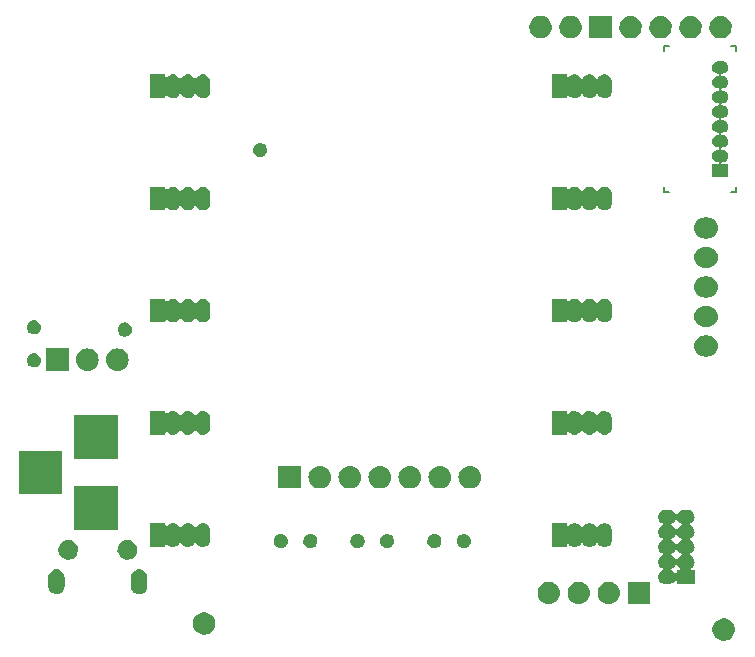
<source format=gbs>
G04 #@! TF.FileFunction,Soldermask,Bot*
%FSLAX46Y46*%
G04 Gerber Fmt 4.6, Leading zero omitted, Abs format (unit mm)*
G04 Created by KiCad (PCBNEW 4.0.7) date 05/23/18 21:21:20*
%MOMM*%
%LPD*%
G01*
G04 APERTURE LIST*
%ADD10C,0.100000*%
%ADD11C,0.150000*%
G04 APERTURE END LIST*
D10*
D11*
X130050000Y-58500000D02*
X130050000Y-58950000D01*
X129600000Y-58950000D02*
X130050000Y-58950000D01*
X124400000Y-58950000D02*
X123950000Y-58950000D01*
X123950000Y-58500000D02*
X123950000Y-58950000D01*
X123950000Y-47050000D02*
X123950000Y-46600000D01*
X124400000Y-46600000D02*
X123950000Y-46600000D01*
X130050000Y-47050000D02*
X130050000Y-46600000D01*
X129600000Y-46600000D02*
X130050000Y-46600000D01*
D10*
G36*
X129099783Y-95050629D02*
X129282286Y-95088091D01*
X129454031Y-95160286D01*
X129608488Y-95264468D01*
X129739763Y-95396663D01*
X129842862Y-95551839D01*
X129913859Y-95724090D01*
X129949909Y-95906158D01*
X129949909Y-95906180D01*
X129950041Y-95906848D01*
X129947070Y-96119643D01*
X129946918Y-96120311D01*
X129946918Y-96120330D01*
X129905798Y-96301319D01*
X129830020Y-96471521D01*
X129722630Y-96623755D01*
X129587711Y-96752236D01*
X129430408Y-96852064D01*
X129256712Y-96919437D01*
X129073236Y-96951788D01*
X128886970Y-96947886D01*
X128705013Y-96907881D01*
X128534289Y-96833293D01*
X128381305Y-96726967D01*
X128251886Y-96592949D01*
X128150963Y-96436346D01*
X128082377Y-96263121D01*
X128048746Y-96079878D01*
X128051347Y-95893594D01*
X128090083Y-95711358D01*
X128163477Y-95540115D01*
X128268734Y-95386393D01*
X128401843Y-95256042D01*
X128557737Y-95154028D01*
X128730472Y-95084238D01*
X128913481Y-95049327D01*
X129099783Y-95050629D01*
X129099783Y-95050629D01*
G37*
G36*
X85099783Y-94550629D02*
X85282286Y-94588091D01*
X85454031Y-94660286D01*
X85608488Y-94764468D01*
X85739763Y-94896663D01*
X85842862Y-95051839D01*
X85913859Y-95224090D01*
X85949909Y-95406158D01*
X85949909Y-95406180D01*
X85950041Y-95406848D01*
X85947070Y-95619643D01*
X85946918Y-95620311D01*
X85946918Y-95620330D01*
X85905798Y-95801319D01*
X85830020Y-95971521D01*
X85722630Y-96123755D01*
X85587711Y-96252236D01*
X85430408Y-96352064D01*
X85256712Y-96419437D01*
X85073236Y-96451788D01*
X84886970Y-96447886D01*
X84705013Y-96407881D01*
X84534289Y-96333293D01*
X84381305Y-96226967D01*
X84251886Y-96092949D01*
X84150963Y-95936346D01*
X84082377Y-95763121D01*
X84048746Y-95579878D01*
X84051347Y-95393594D01*
X84090083Y-95211358D01*
X84163477Y-95040115D01*
X84268734Y-94886393D01*
X84401843Y-94756042D01*
X84557737Y-94654028D01*
X84730472Y-94584238D01*
X84913481Y-94549327D01*
X85099783Y-94550629D01*
X85099783Y-94550629D01*
G37*
G36*
X116920926Y-91964792D02*
X116920949Y-91964799D01*
X116921024Y-91964807D01*
X117098140Y-92019633D01*
X117261233Y-92107817D01*
X117404092Y-92226001D01*
X117521275Y-92369681D01*
X117608319Y-92533386D01*
X117661907Y-92710880D01*
X117680000Y-92895403D01*
X117680000Y-92904672D01*
X117679936Y-92913805D01*
X117679935Y-92913810D01*
X117679907Y-92917861D01*
X117659240Y-93102113D01*
X117603179Y-93278842D01*
X117513858Y-93441316D01*
X117394680Y-93583346D01*
X117250185Y-93699523D01*
X117085876Y-93785422D01*
X116908012Y-93837770D01*
X116907951Y-93837776D01*
X116907922Y-93837784D01*
X116723373Y-93854578D01*
X116539074Y-93835208D01*
X116539051Y-93835201D01*
X116538976Y-93835193D01*
X116361860Y-93780367D01*
X116198767Y-93692183D01*
X116055908Y-93573999D01*
X115938725Y-93430319D01*
X115851681Y-93266614D01*
X115798093Y-93089120D01*
X115780000Y-92904597D01*
X115780000Y-92895323D01*
X115780064Y-92886195D01*
X115780065Y-92886190D01*
X115780093Y-92882139D01*
X115800760Y-92697887D01*
X115856821Y-92521158D01*
X115946142Y-92358684D01*
X116065320Y-92216654D01*
X116209815Y-92100477D01*
X116374124Y-92014578D01*
X116551988Y-91962230D01*
X116552049Y-91962224D01*
X116552078Y-91962216D01*
X116736627Y-91945422D01*
X116920926Y-91964792D01*
X116920926Y-91964792D01*
G37*
G36*
X114380926Y-91964792D02*
X114380949Y-91964799D01*
X114381024Y-91964807D01*
X114558140Y-92019633D01*
X114721233Y-92107817D01*
X114864092Y-92226001D01*
X114981275Y-92369681D01*
X115068319Y-92533386D01*
X115121907Y-92710880D01*
X115140000Y-92895403D01*
X115140000Y-92904672D01*
X115139936Y-92913805D01*
X115139935Y-92913810D01*
X115139907Y-92917861D01*
X115119240Y-93102113D01*
X115063179Y-93278842D01*
X114973858Y-93441316D01*
X114854680Y-93583346D01*
X114710185Y-93699523D01*
X114545876Y-93785422D01*
X114368012Y-93837770D01*
X114367951Y-93837776D01*
X114367922Y-93837784D01*
X114183373Y-93854578D01*
X113999074Y-93835208D01*
X113999051Y-93835201D01*
X113998976Y-93835193D01*
X113821860Y-93780367D01*
X113658767Y-93692183D01*
X113515908Y-93573999D01*
X113398725Y-93430319D01*
X113311681Y-93266614D01*
X113258093Y-93089120D01*
X113240000Y-92904597D01*
X113240000Y-92895323D01*
X113240064Y-92886195D01*
X113240065Y-92886190D01*
X113240093Y-92882139D01*
X113260760Y-92697887D01*
X113316821Y-92521158D01*
X113406142Y-92358684D01*
X113525320Y-92216654D01*
X113669815Y-92100477D01*
X113834124Y-92014578D01*
X114011988Y-91962230D01*
X114012049Y-91962224D01*
X114012078Y-91962216D01*
X114196627Y-91945422D01*
X114380926Y-91964792D01*
X114380926Y-91964792D01*
G37*
G36*
X119460926Y-91964792D02*
X119460949Y-91964799D01*
X119461024Y-91964807D01*
X119638140Y-92019633D01*
X119801233Y-92107817D01*
X119944092Y-92226001D01*
X120061275Y-92369681D01*
X120148319Y-92533386D01*
X120201907Y-92710880D01*
X120220000Y-92895403D01*
X120220000Y-92904672D01*
X120219936Y-92913805D01*
X120219935Y-92913810D01*
X120219907Y-92917861D01*
X120199240Y-93102113D01*
X120143179Y-93278842D01*
X120053858Y-93441316D01*
X119934680Y-93583346D01*
X119790185Y-93699523D01*
X119625876Y-93785422D01*
X119448012Y-93837770D01*
X119447951Y-93837776D01*
X119447922Y-93837784D01*
X119263373Y-93854578D01*
X119079074Y-93835208D01*
X119079051Y-93835201D01*
X119078976Y-93835193D01*
X118901860Y-93780367D01*
X118738767Y-93692183D01*
X118595908Y-93573999D01*
X118478725Y-93430319D01*
X118391681Y-93266614D01*
X118338093Y-93089120D01*
X118320000Y-92904597D01*
X118320000Y-92895323D01*
X118320064Y-92886195D01*
X118320065Y-92886190D01*
X118320093Y-92882139D01*
X118340760Y-92697887D01*
X118396821Y-92521158D01*
X118486142Y-92358684D01*
X118605320Y-92216654D01*
X118749815Y-92100477D01*
X118914124Y-92014578D01*
X119091988Y-91962230D01*
X119092049Y-91962224D01*
X119092078Y-91962216D01*
X119276627Y-91945422D01*
X119460926Y-91964792D01*
X119460926Y-91964792D01*
G37*
G36*
X122760000Y-93850000D02*
X120860000Y-93850000D01*
X120860000Y-91950000D01*
X122760000Y-91950000D01*
X122760000Y-93850000D01*
X122760000Y-93850000D01*
G37*
G36*
X72640657Y-90909203D02*
X72640670Y-90909207D01*
X72640755Y-90909216D01*
X72771261Y-90949615D01*
X72891435Y-91014593D01*
X72996700Y-91101675D01*
X73083045Y-91207545D01*
X73147182Y-91328170D01*
X73186669Y-91458955D01*
X73200000Y-91594919D01*
X73200000Y-92305152D01*
X73199961Y-92310797D01*
X73199960Y-92310804D01*
X73199932Y-92314855D01*
X73184703Y-92450619D01*
X73143395Y-92580840D01*
X73077579Y-92700558D01*
X72989764Y-92805212D01*
X72883294Y-92890816D01*
X72762225Y-92954110D01*
X72631167Y-92992682D01*
X72631101Y-92992688D01*
X72631077Y-92992695D01*
X72495118Y-93005068D01*
X72359343Y-92990797D01*
X72359330Y-92990793D01*
X72359245Y-92990784D01*
X72228739Y-92950385D01*
X72108565Y-92885407D01*
X72003300Y-92798325D01*
X71916955Y-92692455D01*
X71852818Y-92571830D01*
X71813331Y-92441045D01*
X71800000Y-92305081D01*
X71800000Y-91594848D01*
X71800039Y-91589203D01*
X71800040Y-91589196D01*
X71800068Y-91585145D01*
X71815297Y-91449381D01*
X71856605Y-91319160D01*
X71922421Y-91199442D01*
X72010236Y-91094788D01*
X72116706Y-91009184D01*
X72237775Y-90945890D01*
X72368833Y-90907318D01*
X72368899Y-90907312D01*
X72368923Y-90907305D01*
X72504882Y-90894932D01*
X72640657Y-90909203D01*
X72640657Y-90909203D01*
G37*
G36*
X79640657Y-90909203D02*
X79640670Y-90909207D01*
X79640755Y-90909216D01*
X79771261Y-90949615D01*
X79891435Y-91014593D01*
X79996700Y-91101675D01*
X80083045Y-91207545D01*
X80147182Y-91328170D01*
X80186669Y-91458955D01*
X80200000Y-91594919D01*
X80200000Y-92305152D01*
X80199961Y-92310797D01*
X80199960Y-92310804D01*
X80199932Y-92314855D01*
X80184703Y-92450619D01*
X80143395Y-92580840D01*
X80077579Y-92700558D01*
X79989764Y-92805212D01*
X79883294Y-92890816D01*
X79762225Y-92954110D01*
X79631167Y-92992682D01*
X79631101Y-92992688D01*
X79631077Y-92992695D01*
X79495118Y-93005068D01*
X79359343Y-92990797D01*
X79359330Y-92990793D01*
X79359245Y-92990784D01*
X79228739Y-92950385D01*
X79108565Y-92885407D01*
X79003300Y-92798325D01*
X78916955Y-92692455D01*
X78852818Y-92571830D01*
X78813331Y-92441045D01*
X78800000Y-92305081D01*
X78800000Y-91594848D01*
X78800039Y-91589203D01*
X78800040Y-91589196D01*
X78800068Y-91585145D01*
X78815297Y-91449381D01*
X78856605Y-91319160D01*
X78922421Y-91199442D01*
X79010236Y-91094788D01*
X79116706Y-91009184D01*
X79237775Y-90945890D01*
X79368833Y-90907318D01*
X79368899Y-90907312D01*
X79368923Y-90907305D01*
X79504882Y-90894932D01*
X79640657Y-90909203D01*
X79640657Y-90909203D01*
G37*
G36*
X124372411Y-85860026D02*
X124377006Y-85860058D01*
X124493376Y-85873111D01*
X124604994Y-85908519D01*
X124707609Y-85964932D01*
X124797313Y-86040202D01*
X124870688Y-86131462D01*
X124911313Y-86209172D01*
X124927531Y-86231751D01*
X124949664Y-86249127D01*
X124975761Y-86259650D01*
X125003757Y-86262485D01*
X125031435Y-86257409D01*
X125056602Y-86244822D01*
X125077267Y-86225723D01*
X125087392Y-86210588D01*
X125133948Y-86124484D01*
X125208590Y-86034258D01*
X125299336Y-85960247D01*
X125402729Y-85905272D01*
X125514830Y-85871427D01*
X125631371Y-85860000D01*
X125938704Y-85860000D01*
X125942411Y-85860026D01*
X125947006Y-85860058D01*
X126063376Y-85873111D01*
X126174994Y-85908519D01*
X126277609Y-85964932D01*
X126367313Y-86040202D01*
X126440688Y-86131462D01*
X126494939Y-86235236D01*
X126528001Y-86347571D01*
X126528007Y-86347632D01*
X126528015Y-86347661D01*
X126538619Y-86464184D01*
X126526389Y-86580549D01*
X126526382Y-86580572D01*
X126526374Y-86580647D01*
X126491747Y-86692509D01*
X126436052Y-86795516D01*
X126361410Y-86885742D01*
X126270664Y-86959753D01*
X126181082Y-87007384D01*
X126159782Y-87022910D01*
X126142561Y-87045164D01*
X126132220Y-87071334D01*
X126129580Y-87099349D01*
X126134850Y-87126991D01*
X126147611Y-87152070D01*
X126166854Y-87172601D01*
X126178953Y-87180695D01*
X126277609Y-87234932D01*
X126367313Y-87310202D01*
X126440688Y-87401462D01*
X126494939Y-87505236D01*
X126528001Y-87617571D01*
X126528007Y-87617632D01*
X126528015Y-87617661D01*
X126538619Y-87734184D01*
X126526389Y-87850549D01*
X126526382Y-87850572D01*
X126526374Y-87850647D01*
X126491747Y-87962509D01*
X126436052Y-88065516D01*
X126361410Y-88155742D01*
X126270664Y-88229753D01*
X126181082Y-88277384D01*
X126159782Y-88292910D01*
X126142561Y-88315164D01*
X126132220Y-88341334D01*
X126129580Y-88369349D01*
X126134850Y-88396991D01*
X126147611Y-88422070D01*
X126166854Y-88442601D01*
X126178953Y-88450695D01*
X126277609Y-88504932D01*
X126367313Y-88580202D01*
X126440688Y-88671462D01*
X126494939Y-88775236D01*
X126528001Y-88887571D01*
X126528007Y-88887632D01*
X126528015Y-88887661D01*
X126538619Y-89004184D01*
X126526389Y-89120549D01*
X126526382Y-89120572D01*
X126526374Y-89120647D01*
X126491747Y-89232509D01*
X126436052Y-89335516D01*
X126361410Y-89425742D01*
X126270664Y-89499753D01*
X126181082Y-89547384D01*
X126159782Y-89562910D01*
X126142561Y-89585164D01*
X126132220Y-89611334D01*
X126129580Y-89639349D01*
X126134850Y-89666991D01*
X126147611Y-89692070D01*
X126166854Y-89712601D01*
X126178953Y-89720695D01*
X126277609Y-89774932D01*
X126367313Y-89850202D01*
X126440688Y-89941462D01*
X126494939Y-90045236D01*
X126528001Y-90157571D01*
X126528007Y-90157632D01*
X126528015Y-90157661D01*
X126538619Y-90274184D01*
X126526389Y-90390549D01*
X126526382Y-90390572D01*
X126526374Y-90390647D01*
X126491747Y-90502509D01*
X126436052Y-90605516D01*
X126361410Y-90695742D01*
X126278451Y-90763402D01*
X126260192Y-90783181D01*
X126247621Y-90808356D01*
X126242561Y-90836037D01*
X126245412Y-90864031D01*
X126255950Y-90890123D01*
X126273340Y-90912245D01*
X126296205Y-90928648D01*
X126322733Y-90938031D01*
X126342482Y-90940000D01*
X126535000Y-90940000D01*
X126535000Y-92140000D01*
X125035000Y-92140000D01*
X125035000Y-91948889D01*
X125031041Y-91921030D01*
X125019477Y-91895376D01*
X125001224Y-91873960D01*
X124977728Y-91858477D01*
X124950848Y-91850153D01*
X124922713Y-91849647D01*
X124895551Y-91856999D01*
X124871513Y-91871627D01*
X124858726Y-91884372D01*
X124791410Y-91965742D01*
X124700664Y-92039753D01*
X124597271Y-92094728D01*
X124485170Y-92128573D01*
X124368629Y-92140000D01*
X124061296Y-92140000D01*
X124057589Y-92139974D01*
X124052994Y-92139942D01*
X123936624Y-92126889D01*
X123825006Y-92091481D01*
X123722391Y-92035068D01*
X123632687Y-91959798D01*
X123559312Y-91868538D01*
X123505061Y-91764764D01*
X123471999Y-91652429D01*
X123471993Y-91652368D01*
X123471985Y-91652339D01*
X123461381Y-91535816D01*
X123473611Y-91419451D01*
X123473618Y-91419428D01*
X123473626Y-91419353D01*
X123508253Y-91307491D01*
X123563948Y-91204484D01*
X123638590Y-91114258D01*
X123729336Y-91040247D01*
X123818918Y-90992616D01*
X123840218Y-90977090D01*
X123857439Y-90954836D01*
X123867780Y-90928666D01*
X123869600Y-90909349D01*
X124559580Y-90909349D01*
X124564850Y-90936991D01*
X124577611Y-90962070D01*
X124596854Y-90982601D01*
X124608953Y-90990695D01*
X124707609Y-91044932D01*
X124797313Y-91120202D01*
X124857587Y-91195168D01*
X124877608Y-91213911D01*
X124902695Y-91226658D01*
X124930340Y-91231911D01*
X124958353Y-91229255D01*
X124984518Y-91218899D01*
X125006761Y-91201664D01*
X125023322Y-91178915D01*
X125032890Y-91152452D01*
X125035000Y-91132020D01*
X125035000Y-90940000D01*
X125226378Y-90940000D01*
X125254237Y-90936041D01*
X125279891Y-90924477D01*
X125301307Y-90906224D01*
X125316790Y-90882728D01*
X125325114Y-90855848D01*
X125325620Y-90827713D01*
X125318268Y-90800551D01*
X125303640Y-90776513D01*
X125291930Y-90764681D01*
X125202687Y-90689798D01*
X125129312Y-90598538D01*
X125088687Y-90520828D01*
X125072469Y-90498249D01*
X125050336Y-90480873D01*
X125024239Y-90470350D01*
X124996243Y-90467515D01*
X124968565Y-90472591D01*
X124943398Y-90485178D01*
X124922733Y-90504277D01*
X124912608Y-90519412D01*
X124866052Y-90605516D01*
X124791410Y-90695742D01*
X124700664Y-90769753D01*
X124611082Y-90817384D01*
X124589782Y-90832910D01*
X124572561Y-90855164D01*
X124562220Y-90881334D01*
X124559580Y-90909349D01*
X123869600Y-90909349D01*
X123870420Y-90900651D01*
X123865150Y-90873009D01*
X123852389Y-90847930D01*
X123833146Y-90827399D01*
X123821047Y-90819305D01*
X123722391Y-90765068D01*
X123632687Y-90689798D01*
X123559312Y-90598538D01*
X123505061Y-90494764D01*
X123471999Y-90382429D01*
X123471993Y-90382368D01*
X123471985Y-90382339D01*
X123461381Y-90265816D01*
X123473611Y-90149451D01*
X123473618Y-90149428D01*
X123473626Y-90149353D01*
X123508253Y-90037491D01*
X123563948Y-89934484D01*
X123638590Y-89844258D01*
X123729336Y-89770247D01*
X123818918Y-89722616D01*
X123840218Y-89707090D01*
X123857439Y-89684836D01*
X123867780Y-89658666D01*
X123869600Y-89639349D01*
X124559580Y-89639349D01*
X124564850Y-89666991D01*
X124577611Y-89692070D01*
X124596854Y-89712601D01*
X124608953Y-89720695D01*
X124707609Y-89774932D01*
X124797313Y-89850202D01*
X124870688Y-89941462D01*
X124911313Y-90019172D01*
X124927531Y-90041751D01*
X124949664Y-90059127D01*
X124975761Y-90069650D01*
X125003757Y-90072485D01*
X125031435Y-90067409D01*
X125056602Y-90054822D01*
X125077267Y-90035723D01*
X125087392Y-90020588D01*
X125133948Y-89934484D01*
X125208590Y-89844258D01*
X125299336Y-89770247D01*
X125388918Y-89722616D01*
X125410218Y-89707090D01*
X125427439Y-89684836D01*
X125437780Y-89658666D01*
X125440420Y-89630651D01*
X125435150Y-89603009D01*
X125422389Y-89577930D01*
X125403146Y-89557399D01*
X125391047Y-89549305D01*
X125292391Y-89495068D01*
X125202687Y-89419798D01*
X125129312Y-89328538D01*
X125088687Y-89250828D01*
X125072469Y-89228249D01*
X125050336Y-89210873D01*
X125024239Y-89200350D01*
X124996243Y-89197515D01*
X124968565Y-89202591D01*
X124943398Y-89215178D01*
X124922733Y-89234277D01*
X124912608Y-89249412D01*
X124866052Y-89335516D01*
X124791410Y-89425742D01*
X124700664Y-89499753D01*
X124611082Y-89547384D01*
X124589782Y-89562910D01*
X124572561Y-89585164D01*
X124562220Y-89611334D01*
X124559580Y-89639349D01*
X123869600Y-89639349D01*
X123870420Y-89630651D01*
X123865150Y-89603009D01*
X123852389Y-89577930D01*
X123833146Y-89557399D01*
X123821047Y-89549305D01*
X123722391Y-89495068D01*
X123632687Y-89419798D01*
X123559312Y-89328538D01*
X123505061Y-89224764D01*
X123471999Y-89112429D01*
X123471993Y-89112368D01*
X123471985Y-89112339D01*
X123461381Y-88995816D01*
X123473611Y-88879451D01*
X123473618Y-88879428D01*
X123473626Y-88879353D01*
X123508253Y-88767491D01*
X123563948Y-88664484D01*
X123638590Y-88574258D01*
X123729336Y-88500247D01*
X123818918Y-88452616D01*
X123840218Y-88437090D01*
X123857439Y-88414836D01*
X123867780Y-88388666D01*
X123869600Y-88369349D01*
X124559580Y-88369349D01*
X124564850Y-88396991D01*
X124577611Y-88422070D01*
X124596854Y-88442601D01*
X124608953Y-88450695D01*
X124707609Y-88504932D01*
X124797313Y-88580202D01*
X124870688Y-88671462D01*
X124911313Y-88749172D01*
X124927531Y-88771751D01*
X124949664Y-88789127D01*
X124975761Y-88799650D01*
X125003757Y-88802485D01*
X125031435Y-88797409D01*
X125056602Y-88784822D01*
X125077267Y-88765723D01*
X125087392Y-88750588D01*
X125133948Y-88664484D01*
X125208590Y-88574258D01*
X125299336Y-88500247D01*
X125388918Y-88452616D01*
X125410218Y-88437090D01*
X125427439Y-88414836D01*
X125437780Y-88388666D01*
X125440420Y-88360651D01*
X125435150Y-88333009D01*
X125422389Y-88307930D01*
X125403146Y-88287399D01*
X125391047Y-88279305D01*
X125292391Y-88225068D01*
X125202687Y-88149798D01*
X125129312Y-88058538D01*
X125088687Y-87980828D01*
X125072469Y-87958249D01*
X125050336Y-87940873D01*
X125024239Y-87930350D01*
X124996243Y-87927515D01*
X124968565Y-87932591D01*
X124943398Y-87945178D01*
X124922733Y-87964277D01*
X124912608Y-87979412D01*
X124866052Y-88065516D01*
X124791410Y-88155742D01*
X124700664Y-88229753D01*
X124611082Y-88277384D01*
X124589782Y-88292910D01*
X124572561Y-88315164D01*
X124562220Y-88341334D01*
X124559580Y-88369349D01*
X123869600Y-88369349D01*
X123870420Y-88360651D01*
X123865150Y-88333009D01*
X123852389Y-88307930D01*
X123833146Y-88287399D01*
X123821047Y-88279305D01*
X123722391Y-88225068D01*
X123632687Y-88149798D01*
X123559312Y-88058538D01*
X123505061Y-87954764D01*
X123471999Y-87842429D01*
X123471993Y-87842368D01*
X123471985Y-87842339D01*
X123461381Y-87725816D01*
X123473611Y-87609451D01*
X123473618Y-87609428D01*
X123473626Y-87609353D01*
X123508253Y-87497491D01*
X123563948Y-87394484D01*
X123638590Y-87304258D01*
X123729336Y-87230247D01*
X123818918Y-87182616D01*
X123840218Y-87167090D01*
X123857439Y-87144836D01*
X123867780Y-87118666D01*
X123869600Y-87099349D01*
X124559580Y-87099349D01*
X124564850Y-87126991D01*
X124577611Y-87152070D01*
X124596854Y-87172601D01*
X124608953Y-87180695D01*
X124707609Y-87234932D01*
X124797313Y-87310202D01*
X124870688Y-87401462D01*
X124911313Y-87479172D01*
X124927531Y-87501751D01*
X124949664Y-87519127D01*
X124975761Y-87529650D01*
X125003757Y-87532485D01*
X125031435Y-87527409D01*
X125056602Y-87514822D01*
X125077267Y-87495723D01*
X125087392Y-87480588D01*
X125133948Y-87394484D01*
X125208590Y-87304258D01*
X125299336Y-87230247D01*
X125388918Y-87182616D01*
X125410218Y-87167090D01*
X125427439Y-87144836D01*
X125437780Y-87118666D01*
X125440420Y-87090651D01*
X125435150Y-87063009D01*
X125422389Y-87037930D01*
X125403146Y-87017399D01*
X125391047Y-87009305D01*
X125292391Y-86955068D01*
X125202687Y-86879798D01*
X125129312Y-86788538D01*
X125088687Y-86710828D01*
X125072469Y-86688249D01*
X125050336Y-86670873D01*
X125024239Y-86660350D01*
X124996243Y-86657515D01*
X124968565Y-86662591D01*
X124943398Y-86675178D01*
X124922733Y-86694277D01*
X124912608Y-86709412D01*
X124866052Y-86795516D01*
X124791410Y-86885742D01*
X124700664Y-86959753D01*
X124611082Y-87007384D01*
X124589782Y-87022910D01*
X124572561Y-87045164D01*
X124562220Y-87071334D01*
X124559580Y-87099349D01*
X123869600Y-87099349D01*
X123870420Y-87090651D01*
X123865150Y-87063009D01*
X123852389Y-87037930D01*
X123833146Y-87017399D01*
X123821047Y-87009305D01*
X123722391Y-86955068D01*
X123632687Y-86879798D01*
X123559312Y-86788538D01*
X123505061Y-86684764D01*
X123471999Y-86572429D01*
X123471993Y-86572368D01*
X123471985Y-86572339D01*
X123461381Y-86455816D01*
X123473611Y-86339451D01*
X123473618Y-86339428D01*
X123473626Y-86339353D01*
X123508253Y-86227491D01*
X123563948Y-86124484D01*
X123638590Y-86034258D01*
X123729336Y-85960247D01*
X123832729Y-85905272D01*
X123944830Y-85871427D01*
X124061371Y-85860000D01*
X124368704Y-85860000D01*
X124372411Y-85860026D01*
X124372411Y-85860026D01*
G37*
G36*
X73586653Y-88425546D02*
X73745144Y-88458079D01*
X73894290Y-88520774D01*
X74028424Y-88611248D01*
X74142424Y-88726047D01*
X74231960Y-88860809D01*
X74293615Y-89010397D01*
X74324903Y-89168412D01*
X74324903Y-89168432D01*
X74325036Y-89169105D01*
X74322455Y-89353900D01*
X74322304Y-89354563D01*
X74322304Y-89354587D01*
X74286614Y-89511671D01*
X74220809Y-89659475D01*
X74127545Y-89791685D01*
X74010383Y-89903256D01*
X73873772Y-89989952D01*
X73722938Y-90048457D01*
X73563597Y-90076554D01*
X73401843Y-90073165D01*
X73243826Y-90038422D01*
X73095566Y-89973649D01*
X72962712Y-89881314D01*
X72850322Y-89764930D01*
X72762678Y-89628933D01*
X72703116Y-89478499D01*
X72673911Y-89319369D01*
X72676170Y-89157595D01*
X72709809Y-88999332D01*
X72773543Y-88850631D01*
X72864954Y-88717129D01*
X72980548Y-88603931D01*
X73115929Y-88515340D01*
X73265935Y-88454733D01*
X73424865Y-88424415D01*
X73586653Y-88425546D01*
X73586653Y-88425546D01*
G37*
G36*
X78586653Y-88425546D02*
X78745144Y-88458079D01*
X78894290Y-88520774D01*
X79028424Y-88611248D01*
X79142424Y-88726047D01*
X79231960Y-88860809D01*
X79293615Y-89010397D01*
X79324903Y-89168412D01*
X79324903Y-89168432D01*
X79325036Y-89169105D01*
X79322455Y-89353900D01*
X79322304Y-89354563D01*
X79322304Y-89354587D01*
X79286614Y-89511671D01*
X79220809Y-89659475D01*
X79127545Y-89791685D01*
X79010383Y-89903256D01*
X78873772Y-89989952D01*
X78722938Y-90048457D01*
X78563597Y-90076554D01*
X78401843Y-90073165D01*
X78243826Y-90038422D01*
X78095566Y-89973649D01*
X77962712Y-89881314D01*
X77850322Y-89764930D01*
X77762678Y-89628933D01*
X77703116Y-89478499D01*
X77673911Y-89319369D01*
X77676170Y-89157595D01*
X77709809Y-88999332D01*
X77773543Y-88850631D01*
X77864954Y-88717129D01*
X77980548Y-88603931D01*
X78115929Y-88515340D01*
X78265935Y-88454733D01*
X78424865Y-88424415D01*
X78586653Y-88425546D01*
X78586653Y-88425546D01*
G37*
G36*
X91563026Y-87900396D02*
X91678285Y-87924055D01*
X91786755Y-87969652D01*
X91884310Y-88035453D01*
X91967220Y-88118944D01*
X92032334Y-88216950D01*
X92077176Y-88325744D01*
X92099893Y-88440474D01*
X92099893Y-88440494D01*
X92100026Y-88441167D01*
X92098149Y-88575564D01*
X92097998Y-88576227D01*
X92097998Y-88576251D01*
X92072084Y-88690309D01*
X92024226Y-88797798D01*
X91956396Y-88893954D01*
X91871186Y-88975098D01*
X91771837Y-89038146D01*
X91662136Y-89080697D01*
X91546253Y-89101131D01*
X91428612Y-89098666D01*
X91313691Y-89073400D01*
X91205866Y-89026292D01*
X91109245Y-88959138D01*
X91027506Y-88874495D01*
X90963764Y-88775587D01*
X90920448Y-88666183D01*
X90899207Y-88550450D01*
X90900850Y-88432797D01*
X90925314Y-88317700D01*
X90971669Y-88209545D01*
X91038147Y-88112458D01*
X91122216Y-88030131D01*
X91220674Y-87965702D01*
X91329772Y-87921623D01*
X91445356Y-87899574D01*
X91563026Y-87900396D01*
X91563026Y-87900396D01*
G37*
G36*
X100563026Y-87900396D02*
X100678285Y-87924055D01*
X100786755Y-87969652D01*
X100884310Y-88035453D01*
X100967220Y-88118944D01*
X101032334Y-88216950D01*
X101077176Y-88325744D01*
X101099893Y-88440474D01*
X101099893Y-88440494D01*
X101100026Y-88441167D01*
X101098149Y-88575564D01*
X101097998Y-88576227D01*
X101097998Y-88576251D01*
X101072084Y-88690309D01*
X101024226Y-88797798D01*
X100956396Y-88893954D01*
X100871186Y-88975098D01*
X100771837Y-89038146D01*
X100662136Y-89080697D01*
X100546253Y-89101131D01*
X100428612Y-89098666D01*
X100313691Y-89073400D01*
X100205866Y-89026292D01*
X100109245Y-88959138D01*
X100027506Y-88874495D01*
X99963764Y-88775587D01*
X99920448Y-88666183D01*
X99899207Y-88550450D01*
X99900850Y-88432797D01*
X99925314Y-88317700D01*
X99971669Y-88209545D01*
X100038147Y-88112458D01*
X100122216Y-88030131D01*
X100220674Y-87965702D01*
X100329772Y-87921623D01*
X100445356Y-87899574D01*
X100563026Y-87900396D01*
X100563026Y-87900396D01*
G37*
G36*
X98063026Y-87900396D02*
X98178285Y-87924055D01*
X98286755Y-87969652D01*
X98384310Y-88035453D01*
X98467220Y-88118944D01*
X98532334Y-88216950D01*
X98577176Y-88325744D01*
X98599893Y-88440474D01*
X98599893Y-88440494D01*
X98600026Y-88441167D01*
X98598149Y-88575564D01*
X98597998Y-88576227D01*
X98597998Y-88576251D01*
X98572084Y-88690309D01*
X98524226Y-88797798D01*
X98456396Y-88893954D01*
X98371186Y-88975098D01*
X98271837Y-89038146D01*
X98162136Y-89080697D01*
X98046253Y-89101131D01*
X97928612Y-89098666D01*
X97813691Y-89073400D01*
X97705866Y-89026292D01*
X97609245Y-88959138D01*
X97527506Y-88874495D01*
X97463764Y-88775587D01*
X97420448Y-88666183D01*
X97399207Y-88550450D01*
X97400850Y-88432797D01*
X97425314Y-88317700D01*
X97471669Y-88209545D01*
X97538147Y-88112458D01*
X97622216Y-88030131D01*
X97720674Y-87965702D01*
X97829772Y-87921623D01*
X97945356Y-87899574D01*
X98063026Y-87900396D01*
X98063026Y-87900396D01*
G37*
G36*
X104563026Y-87900396D02*
X104678285Y-87924055D01*
X104786755Y-87969652D01*
X104884310Y-88035453D01*
X104967220Y-88118944D01*
X105032334Y-88216950D01*
X105077176Y-88325744D01*
X105099893Y-88440474D01*
X105099893Y-88440494D01*
X105100026Y-88441167D01*
X105098149Y-88575564D01*
X105097998Y-88576227D01*
X105097998Y-88576251D01*
X105072084Y-88690309D01*
X105024226Y-88797798D01*
X104956396Y-88893954D01*
X104871186Y-88975098D01*
X104771837Y-89038146D01*
X104662136Y-89080697D01*
X104546253Y-89101131D01*
X104428612Y-89098666D01*
X104313691Y-89073400D01*
X104205866Y-89026292D01*
X104109245Y-88959138D01*
X104027506Y-88874495D01*
X103963764Y-88775587D01*
X103920448Y-88666183D01*
X103899207Y-88550450D01*
X103900850Y-88432797D01*
X103925314Y-88317700D01*
X103971669Y-88209545D01*
X104038147Y-88112458D01*
X104122216Y-88030131D01*
X104220674Y-87965702D01*
X104329772Y-87921623D01*
X104445356Y-87899574D01*
X104563026Y-87900396D01*
X104563026Y-87900396D01*
G37*
G36*
X94063026Y-87900396D02*
X94178285Y-87924055D01*
X94286755Y-87969652D01*
X94384310Y-88035453D01*
X94467220Y-88118944D01*
X94532334Y-88216950D01*
X94577176Y-88325744D01*
X94599893Y-88440474D01*
X94599893Y-88440494D01*
X94600026Y-88441167D01*
X94598149Y-88575564D01*
X94597998Y-88576227D01*
X94597998Y-88576251D01*
X94572084Y-88690309D01*
X94524226Y-88797798D01*
X94456396Y-88893954D01*
X94371186Y-88975098D01*
X94271837Y-89038146D01*
X94162136Y-89080697D01*
X94046253Y-89101131D01*
X93928612Y-89098666D01*
X93813691Y-89073400D01*
X93705866Y-89026292D01*
X93609245Y-88959138D01*
X93527506Y-88874495D01*
X93463764Y-88775587D01*
X93420448Y-88666183D01*
X93399207Y-88550450D01*
X93400850Y-88432797D01*
X93425314Y-88317700D01*
X93471669Y-88209545D01*
X93538147Y-88112458D01*
X93622216Y-88030131D01*
X93720674Y-87965702D01*
X93829772Y-87921623D01*
X93945356Y-87899574D01*
X94063026Y-87900396D01*
X94063026Y-87900396D01*
G37*
G36*
X107063026Y-87900396D02*
X107178285Y-87924055D01*
X107286755Y-87969652D01*
X107384310Y-88035453D01*
X107467220Y-88118944D01*
X107532334Y-88216950D01*
X107577176Y-88325744D01*
X107599893Y-88440474D01*
X107599893Y-88440494D01*
X107600026Y-88441167D01*
X107598149Y-88575564D01*
X107597998Y-88576227D01*
X107597998Y-88576251D01*
X107572084Y-88690309D01*
X107524226Y-88797798D01*
X107456396Y-88893954D01*
X107371186Y-88975098D01*
X107271837Y-89038146D01*
X107162136Y-89080697D01*
X107046253Y-89101131D01*
X106928612Y-89098666D01*
X106813691Y-89073400D01*
X106705866Y-89026292D01*
X106609245Y-88959138D01*
X106527506Y-88874495D01*
X106463764Y-88775587D01*
X106420448Y-88666183D01*
X106399207Y-88550450D01*
X106400850Y-88432797D01*
X106425314Y-88317700D01*
X106471669Y-88209545D01*
X106538147Y-88112458D01*
X106622216Y-88030131D01*
X106720674Y-87965702D01*
X106829772Y-87921623D01*
X106945356Y-87899574D01*
X107063026Y-87900396D01*
X107063026Y-87900396D01*
G37*
G36*
X85032586Y-87008117D02*
X85032604Y-87008123D01*
X85032684Y-87008131D01*
X85151072Y-87044778D01*
X85260087Y-87103722D01*
X85355577Y-87182718D01*
X85433905Y-87278757D01*
X85492087Y-87388181D01*
X85527907Y-87506822D01*
X85540000Y-87630161D01*
X85540000Y-88369905D01*
X85539967Y-88374646D01*
X85539966Y-88374652D01*
X85539938Y-88378705D01*
X85526124Y-88501863D01*
X85488651Y-88619992D01*
X85428947Y-88728593D01*
X85349286Y-88823529D01*
X85252703Y-88901184D01*
X85142875Y-88958601D01*
X85023987Y-88993591D01*
X85023921Y-88993597D01*
X85023897Y-88993604D01*
X84900572Y-89004827D01*
X84777414Y-88991883D01*
X84777396Y-88991877D01*
X84777316Y-88991869D01*
X84658928Y-88955222D01*
X84549913Y-88896278D01*
X84454423Y-88817282D01*
X84376095Y-88721243D01*
X84357103Y-88685525D01*
X84341578Y-88664225D01*
X84319324Y-88647003D01*
X84293153Y-88636663D01*
X84265138Y-88634023D01*
X84237497Y-88639293D01*
X84212418Y-88652055D01*
X84191887Y-88671298D01*
X84183797Y-88683391D01*
X84158947Y-88728593D01*
X84079286Y-88823529D01*
X83982703Y-88901184D01*
X83872875Y-88958601D01*
X83753987Y-88993591D01*
X83753921Y-88993597D01*
X83753897Y-88993604D01*
X83630572Y-89004827D01*
X83507414Y-88991883D01*
X83507396Y-88991877D01*
X83507316Y-88991869D01*
X83388928Y-88955222D01*
X83279913Y-88896278D01*
X83184423Y-88817282D01*
X83106095Y-88721243D01*
X83087103Y-88685525D01*
X83071578Y-88664225D01*
X83049324Y-88647003D01*
X83023153Y-88636663D01*
X82995138Y-88634023D01*
X82967497Y-88639293D01*
X82942418Y-88652055D01*
X82921887Y-88671298D01*
X82913797Y-88683391D01*
X82888947Y-88728593D01*
X82809286Y-88823529D01*
X82712703Y-88901184D01*
X82602875Y-88958601D01*
X82483987Y-88993591D01*
X82483921Y-88993597D01*
X82483897Y-88993604D01*
X82360572Y-89004827D01*
X82237414Y-88991883D01*
X82237396Y-88991877D01*
X82237316Y-88991869D01*
X82118928Y-88955222D01*
X82009913Y-88896278D01*
X81914423Y-88817282D01*
X81906592Y-88807681D01*
X81886819Y-88789427D01*
X81861644Y-88776856D01*
X81833963Y-88771796D01*
X81805969Y-88774647D01*
X81779877Y-88785185D01*
X81757755Y-88802575D01*
X81741352Y-88825440D01*
X81731969Y-88851968D01*
X81730000Y-88871717D01*
X81730000Y-89000000D01*
X80460000Y-89000000D01*
X80460000Y-87000000D01*
X81730000Y-87000000D01*
X81730000Y-87129266D01*
X81733959Y-87157125D01*
X81745523Y-87182779D01*
X81763776Y-87204195D01*
X81787272Y-87219678D01*
X81814152Y-87228002D01*
X81842287Y-87228508D01*
X81869449Y-87221156D01*
X81893487Y-87206528D01*
X81905325Y-87194811D01*
X81920714Y-87176471D01*
X82017297Y-87098816D01*
X82127125Y-87041399D01*
X82246013Y-87006409D01*
X82246079Y-87006403D01*
X82246103Y-87006396D01*
X82369428Y-86995173D01*
X82492586Y-87008117D01*
X82492604Y-87008123D01*
X82492684Y-87008131D01*
X82611072Y-87044778D01*
X82720087Y-87103722D01*
X82815577Y-87182718D01*
X82893905Y-87278757D01*
X82912897Y-87314475D01*
X82928422Y-87335775D01*
X82950676Y-87352997D01*
X82976847Y-87363337D01*
X83004862Y-87365977D01*
X83032503Y-87360707D01*
X83057582Y-87347945D01*
X83078113Y-87328702D01*
X83086203Y-87316609D01*
X83111053Y-87271407D01*
X83190714Y-87176471D01*
X83287297Y-87098816D01*
X83397125Y-87041399D01*
X83516013Y-87006409D01*
X83516079Y-87006403D01*
X83516103Y-87006396D01*
X83639428Y-86995173D01*
X83762586Y-87008117D01*
X83762604Y-87008123D01*
X83762684Y-87008131D01*
X83881072Y-87044778D01*
X83990087Y-87103722D01*
X84085577Y-87182718D01*
X84163905Y-87278757D01*
X84182897Y-87314475D01*
X84198422Y-87335775D01*
X84220676Y-87352997D01*
X84246847Y-87363337D01*
X84274862Y-87365977D01*
X84302503Y-87360707D01*
X84327582Y-87347945D01*
X84348113Y-87328702D01*
X84356203Y-87316609D01*
X84381053Y-87271407D01*
X84460714Y-87176471D01*
X84557297Y-87098816D01*
X84667125Y-87041399D01*
X84786013Y-87006409D01*
X84786079Y-87006403D01*
X84786103Y-87006396D01*
X84909428Y-86995173D01*
X85032586Y-87008117D01*
X85032586Y-87008117D01*
G37*
G36*
X119032586Y-87008117D02*
X119032604Y-87008123D01*
X119032684Y-87008131D01*
X119151072Y-87044778D01*
X119260087Y-87103722D01*
X119355577Y-87182718D01*
X119433905Y-87278757D01*
X119492087Y-87388181D01*
X119527907Y-87506822D01*
X119540000Y-87630161D01*
X119540000Y-88369905D01*
X119539967Y-88374646D01*
X119539966Y-88374652D01*
X119539938Y-88378705D01*
X119526124Y-88501863D01*
X119488651Y-88619992D01*
X119428947Y-88728593D01*
X119349286Y-88823529D01*
X119252703Y-88901184D01*
X119142875Y-88958601D01*
X119023987Y-88993591D01*
X119023921Y-88993597D01*
X119023897Y-88993604D01*
X118900572Y-89004827D01*
X118777414Y-88991883D01*
X118777396Y-88991877D01*
X118777316Y-88991869D01*
X118658928Y-88955222D01*
X118549913Y-88896278D01*
X118454423Y-88817282D01*
X118376095Y-88721243D01*
X118357103Y-88685525D01*
X118341578Y-88664225D01*
X118319324Y-88647003D01*
X118293153Y-88636663D01*
X118265138Y-88634023D01*
X118237497Y-88639293D01*
X118212418Y-88652055D01*
X118191887Y-88671298D01*
X118183797Y-88683391D01*
X118158947Y-88728593D01*
X118079286Y-88823529D01*
X117982703Y-88901184D01*
X117872875Y-88958601D01*
X117753987Y-88993591D01*
X117753921Y-88993597D01*
X117753897Y-88993604D01*
X117630572Y-89004827D01*
X117507414Y-88991883D01*
X117507396Y-88991877D01*
X117507316Y-88991869D01*
X117388928Y-88955222D01*
X117279913Y-88896278D01*
X117184423Y-88817282D01*
X117106095Y-88721243D01*
X117087103Y-88685525D01*
X117071578Y-88664225D01*
X117049324Y-88647003D01*
X117023153Y-88636663D01*
X116995138Y-88634023D01*
X116967497Y-88639293D01*
X116942418Y-88652055D01*
X116921887Y-88671298D01*
X116913797Y-88683391D01*
X116888947Y-88728593D01*
X116809286Y-88823529D01*
X116712703Y-88901184D01*
X116602875Y-88958601D01*
X116483987Y-88993591D01*
X116483921Y-88993597D01*
X116483897Y-88993604D01*
X116360572Y-89004827D01*
X116237414Y-88991883D01*
X116237396Y-88991877D01*
X116237316Y-88991869D01*
X116118928Y-88955222D01*
X116009913Y-88896278D01*
X115914423Y-88817282D01*
X115906592Y-88807681D01*
X115886819Y-88789427D01*
X115861644Y-88776856D01*
X115833963Y-88771796D01*
X115805969Y-88774647D01*
X115779877Y-88785185D01*
X115757755Y-88802575D01*
X115741352Y-88825440D01*
X115731969Y-88851968D01*
X115730000Y-88871717D01*
X115730000Y-89000000D01*
X114460000Y-89000000D01*
X114460000Y-87000000D01*
X115730000Y-87000000D01*
X115730000Y-87129266D01*
X115733959Y-87157125D01*
X115745523Y-87182779D01*
X115763776Y-87204195D01*
X115787272Y-87219678D01*
X115814152Y-87228002D01*
X115842287Y-87228508D01*
X115869449Y-87221156D01*
X115893487Y-87206528D01*
X115905325Y-87194811D01*
X115920714Y-87176471D01*
X116017297Y-87098816D01*
X116127125Y-87041399D01*
X116246013Y-87006409D01*
X116246079Y-87006403D01*
X116246103Y-87006396D01*
X116369428Y-86995173D01*
X116492586Y-87008117D01*
X116492604Y-87008123D01*
X116492684Y-87008131D01*
X116611072Y-87044778D01*
X116720087Y-87103722D01*
X116815577Y-87182718D01*
X116893905Y-87278757D01*
X116912897Y-87314475D01*
X116928422Y-87335775D01*
X116950676Y-87352997D01*
X116976847Y-87363337D01*
X117004862Y-87365977D01*
X117032503Y-87360707D01*
X117057582Y-87347945D01*
X117078113Y-87328702D01*
X117086203Y-87316609D01*
X117111053Y-87271407D01*
X117190714Y-87176471D01*
X117287297Y-87098816D01*
X117397125Y-87041399D01*
X117516013Y-87006409D01*
X117516079Y-87006403D01*
X117516103Y-87006396D01*
X117639428Y-86995173D01*
X117762586Y-87008117D01*
X117762604Y-87008123D01*
X117762684Y-87008131D01*
X117881072Y-87044778D01*
X117990087Y-87103722D01*
X118085577Y-87182718D01*
X118163905Y-87278757D01*
X118182897Y-87314475D01*
X118198422Y-87335775D01*
X118220676Y-87352997D01*
X118246847Y-87363337D01*
X118274862Y-87365977D01*
X118302503Y-87360707D01*
X118327582Y-87347945D01*
X118348113Y-87328702D01*
X118356203Y-87316609D01*
X118381053Y-87271407D01*
X118460714Y-87176471D01*
X118557297Y-87098816D01*
X118667125Y-87041399D01*
X118786013Y-87006409D01*
X118786079Y-87006403D01*
X118786103Y-87006396D01*
X118909428Y-86995173D01*
X119032586Y-87008117D01*
X119032586Y-87008117D01*
G37*
G36*
X77700000Y-87550000D02*
X74000000Y-87550000D01*
X74000000Y-83850000D01*
X77700000Y-83850000D01*
X77700000Y-87550000D01*
X77700000Y-87550000D01*
G37*
G36*
X73000000Y-84550000D02*
X69300000Y-84550000D01*
X69300000Y-80850000D01*
X73000000Y-80850000D01*
X73000000Y-84550000D01*
X73000000Y-84550000D01*
G37*
G36*
X107685926Y-82164792D02*
X107685949Y-82164799D01*
X107686024Y-82164807D01*
X107863140Y-82219633D01*
X108026233Y-82307817D01*
X108169092Y-82426001D01*
X108286275Y-82569681D01*
X108373319Y-82733386D01*
X108426907Y-82910880D01*
X108445000Y-83095403D01*
X108445000Y-83104672D01*
X108444936Y-83113805D01*
X108444935Y-83113810D01*
X108444907Y-83117861D01*
X108424240Y-83302113D01*
X108368179Y-83478842D01*
X108278858Y-83641316D01*
X108159680Y-83783346D01*
X108015185Y-83899523D01*
X107850876Y-83985422D01*
X107673012Y-84037770D01*
X107672951Y-84037776D01*
X107672922Y-84037784D01*
X107488373Y-84054578D01*
X107304074Y-84035208D01*
X107304051Y-84035201D01*
X107303976Y-84035193D01*
X107126860Y-83980367D01*
X106963767Y-83892183D01*
X106820908Y-83773999D01*
X106703725Y-83630319D01*
X106616681Y-83466614D01*
X106563093Y-83289120D01*
X106545000Y-83104597D01*
X106545000Y-83095323D01*
X106545064Y-83086195D01*
X106545065Y-83086190D01*
X106545093Y-83082139D01*
X106565760Y-82897887D01*
X106621821Y-82721158D01*
X106711142Y-82558684D01*
X106830320Y-82416654D01*
X106974815Y-82300477D01*
X107139124Y-82214578D01*
X107316988Y-82162230D01*
X107317049Y-82162224D01*
X107317078Y-82162216D01*
X107501627Y-82145422D01*
X107685926Y-82164792D01*
X107685926Y-82164792D01*
G37*
G36*
X94985926Y-82164792D02*
X94985949Y-82164799D01*
X94986024Y-82164807D01*
X95163140Y-82219633D01*
X95326233Y-82307817D01*
X95469092Y-82426001D01*
X95586275Y-82569681D01*
X95673319Y-82733386D01*
X95726907Y-82910880D01*
X95745000Y-83095403D01*
X95745000Y-83104672D01*
X95744936Y-83113805D01*
X95744935Y-83113810D01*
X95744907Y-83117861D01*
X95724240Y-83302113D01*
X95668179Y-83478842D01*
X95578858Y-83641316D01*
X95459680Y-83783346D01*
X95315185Y-83899523D01*
X95150876Y-83985422D01*
X94973012Y-84037770D01*
X94972951Y-84037776D01*
X94972922Y-84037784D01*
X94788373Y-84054578D01*
X94604074Y-84035208D01*
X94604051Y-84035201D01*
X94603976Y-84035193D01*
X94426860Y-83980367D01*
X94263767Y-83892183D01*
X94120908Y-83773999D01*
X94003725Y-83630319D01*
X93916681Y-83466614D01*
X93863093Y-83289120D01*
X93845000Y-83104597D01*
X93845000Y-83095323D01*
X93845064Y-83086195D01*
X93845065Y-83086190D01*
X93845093Y-83082139D01*
X93865760Y-82897887D01*
X93921821Y-82721158D01*
X94011142Y-82558684D01*
X94130320Y-82416654D01*
X94274815Y-82300477D01*
X94439124Y-82214578D01*
X94616988Y-82162230D01*
X94617049Y-82162224D01*
X94617078Y-82162216D01*
X94801627Y-82145422D01*
X94985926Y-82164792D01*
X94985926Y-82164792D01*
G37*
G36*
X97525926Y-82164792D02*
X97525949Y-82164799D01*
X97526024Y-82164807D01*
X97703140Y-82219633D01*
X97866233Y-82307817D01*
X98009092Y-82426001D01*
X98126275Y-82569681D01*
X98213319Y-82733386D01*
X98266907Y-82910880D01*
X98285000Y-83095403D01*
X98285000Y-83104672D01*
X98284936Y-83113805D01*
X98284935Y-83113810D01*
X98284907Y-83117861D01*
X98264240Y-83302113D01*
X98208179Y-83478842D01*
X98118858Y-83641316D01*
X97999680Y-83783346D01*
X97855185Y-83899523D01*
X97690876Y-83985422D01*
X97513012Y-84037770D01*
X97512951Y-84037776D01*
X97512922Y-84037784D01*
X97328373Y-84054578D01*
X97144074Y-84035208D01*
X97144051Y-84035201D01*
X97143976Y-84035193D01*
X96966860Y-83980367D01*
X96803767Y-83892183D01*
X96660908Y-83773999D01*
X96543725Y-83630319D01*
X96456681Y-83466614D01*
X96403093Y-83289120D01*
X96385000Y-83104597D01*
X96385000Y-83095323D01*
X96385064Y-83086195D01*
X96385065Y-83086190D01*
X96385093Y-83082139D01*
X96405760Y-82897887D01*
X96461821Y-82721158D01*
X96551142Y-82558684D01*
X96670320Y-82416654D01*
X96814815Y-82300477D01*
X96979124Y-82214578D01*
X97156988Y-82162230D01*
X97157049Y-82162224D01*
X97157078Y-82162216D01*
X97341627Y-82145422D01*
X97525926Y-82164792D01*
X97525926Y-82164792D01*
G37*
G36*
X100065926Y-82164792D02*
X100065949Y-82164799D01*
X100066024Y-82164807D01*
X100243140Y-82219633D01*
X100406233Y-82307817D01*
X100549092Y-82426001D01*
X100666275Y-82569681D01*
X100753319Y-82733386D01*
X100806907Y-82910880D01*
X100825000Y-83095403D01*
X100825000Y-83104672D01*
X100824936Y-83113805D01*
X100824935Y-83113810D01*
X100824907Y-83117861D01*
X100804240Y-83302113D01*
X100748179Y-83478842D01*
X100658858Y-83641316D01*
X100539680Y-83783346D01*
X100395185Y-83899523D01*
X100230876Y-83985422D01*
X100053012Y-84037770D01*
X100052951Y-84037776D01*
X100052922Y-84037784D01*
X99868373Y-84054578D01*
X99684074Y-84035208D01*
X99684051Y-84035201D01*
X99683976Y-84035193D01*
X99506860Y-83980367D01*
X99343767Y-83892183D01*
X99200908Y-83773999D01*
X99083725Y-83630319D01*
X98996681Y-83466614D01*
X98943093Y-83289120D01*
X98925000Y-83104597D01*
X98925000Y-83095323D01*
X98925064Y-83086195D01*
X98925065Y-83086190D01*
X98925093Y-83082139D01*
X98945760Y-82897887D01*
X99001821Y-82721158D01*
X99091142Y-82558684D01*
X99210320Y-82416654D01*
X99354815Y-82300477D01*
X99519124Y-82214578D01*
X99696988Y-82162230D01*
X99697049Y-82162224D01*
X99697078Y-82162216D01*
X99881627Y-82145422D01*
X100065926Y-82164792D01*
X100065926Y-82164792D01*
G37*
G36*
X105145926Y-82164792D02*
X105145949Y-82164799D01*
X105146024Y-82164807D01*
X105323140Y-82219633D01*
X105486233Y-82307817D01*
X105629092Y-82426001D01*
X105746275Y-82569681D01*
X105833319Y-82733386D01*
X105886907Y-82910880D01*
X105905000Y-83095403D01*
X105905000Y-83104672D01*
X105904936Y-83113805D01*
X105904935Y-83113810D01*
X105904907Y-83117861D01*
X105884240Y-83302113D01*
X105828179Y-83478842D01*
X105738858Y-83641316D01*
X105619680Y-83783346D01*
X105475185Y-83899523D01*
X105310876Y-83985422D01*
X105133012Y-84037770D01*
X105132951Y-84037776D01*
X105132922Y-84037784D01*
X104948373Y-84054578D01*
X104764074Y-84035208D01*
X104764051Y-84035201D01*
X104763976Y-84035193D01*
X104586860Y-83980367D01*
X104423767Y-83892183D01*
X104280908Y-83773999D01*
X104163725Y-83630319D01*
X104076681Y-83466614D01*
X104023093Y-83289120D01*
X104005000Y-83104597D01*
X104005000Y-83095323D01*
X104005064Y-83086195D01*
X104005065Y-83086190D01*
X104005093Y-83082139D01*
X104025760Y-82897887D01*
X104081821Y-82721158D01*
X104171142Y-82558684D01*
X104290320Y-82416654D01*
X104434815Y-82300477D01*
X104599124Y-82214578D01*
X104776988Y-82162230D01*
X104777049Y-82162224D01*
X104777078Y-82162216D01*
X104961627Y-82145422D01*
X105145926Y-82164792D01*
X105145926Y-82164792D01*
G37*
G36*
X102605926Y-82164792D02*
X102605949Y-82164799D01*
X102606024Y-82164807D01*
X102783140Y-82219633D01*
X102946233Y-82307817D01*
X103089092Y-82426001D01*
X103206275Y-82569681D01*
X103293319Y-82733386D01*
X103346907Y-82910880D01*
X103365000Y-83095403D01*
X103365000Y-83104672D01*
X103364936Y-83113805D01*
X103364935Y-83113810D01*
X103364907Y-83117861D01*
X103344240Y-83302113D01*
X103288179Y-83478842D01*
X103198858Y-83641316D01*
X103079680Y-83783346D01*
X102935185Y-83899523D01*
X102770876Y-83985422D01*
X102593012Y-84037770D01*
X102592951Y-84037776D01*
X102592922Y-84037784D01*
X102408373Y-84054578D01*
X102224074Y-84035208D01*
X102224051Y-84035201D01*
X102223976Y-84035193D01*
X102046860Y-83980367D01*
X101883767Y-83892183D01*
X101740908Y-83773999D01*
X101623725Y-83630319D01*
X101536681Y-83466614D01*
X101483093Y-83289120D01*
X101465000Y-83104597D01*
X101465000Y-83095323D01*
X101465064Y-83086195D01*
X101465065Y-83086190D01*
X101465093Y-83082139D01*
X101485760Y-82897887D01*
X101541821Y-82721158D01*
X101631142Y-82558684D01*
X101750320Y-82416654D01*
X101894815Y-82300477D01*
X102059124Y-82214578D01*
X102236988Y-82162230D01*
X102237049Y-82162224D01*
X102237078Y-82162216D01*
X102421627Y-82145422D01*
X102605926Y-82164792D01*
X102605926Y-82164792D01*
G37*
G36*
X93205000Y-84050000D02*
X91305000Y-84050000D01*
X91305000Y-82150000D01*
X93205000Y-82150000D01*
X93205000Y-84050000D01*
X93205000Y-84050000D01*
G37*
G36*
X77700000Y-81550000D02*
X74000000Y-81550000D01*
X74000000Y-77850000D01*
X77700000Y-77850000D01*
X77700000Y-81550000D01*
X77700000Y-81550000D01*
G37*
G36*
X85032586Y-77508117D02*
X85032604Y-77508123D01*
X85032684Y-77508131D01*
X85151072Y-77544778D01*
X85260087Y-77603722D01*
X85355577Y-77682718D01*
X85433905Y-77778757D01*
X85492087Y-77888181D01*
X85527907Y-78006822D01*
X85540000Y-78130161D01*
X85540000Y-78869905D01*
X85539967Y-78874646D01*
X85539966Y-78874652D01*
X85539938Y-78878705D01*
X85526124Y-79001863D01*
X85488651Y-79119992D01*
X85428947Y-79228593D01*
X85349286Y-79323529D01*
X85252703Y-79401184D01*
X85142875Y-79458601D01*
X85023987Y-79493591D01*
X85023921Y-79493597D01*
X85023897Y-79493604D01*
X84900572Y-79504827D01*
X84777414Y-79491883D01*
X84777396Y-79491877D01*
X84777316Y-79491869D01*
X84658928Y-79455222D01*
X84549913Y-79396278D01*
X84454423Y-79317282D01*
X84376095Y-79221243D01*
X84357103Y-79185525D01*
X84341578Y-79164225D01*
X84319324Y-79147003D01*
X84293153Y-79136663D01*
X84265138Y-79134023D01*
X84237497Y-79139293D01*
X84212418Y-79152055D01*
X84191887Y-79171298D01*
X84183797Y-79183391D01*
X84158947Y-79228593D01*
X84079286Y-79323529D01*
X83982703Y-79401184D01*
X83872875Y-79458601D01*
X83753987Y-79493591D01*
X83753921Y-79493597D01*
X83753897Y-79493604D01*
X83630572Y-79504827D01*
X83507414Y-79491883D01*
X83507396Y-79491877D01*
X83507316Y-79491869D01*
X83388928Y-79455222D01*
X83279913Y-79396278D01*
X83184423Y-79317282D01*
X83106095Y-79221243D01*
X83087103Y-79185525D01*
X83071578Y-79164225D01*
X83049324Y-79147003D01*
X83023153Y-79136663D01*
X82995138Y-79134023D01*
X82967497Y-79139293D01*
X82942418Y-79152055D01*
X82921887Y-79171298D01*
X82913797Y-79183391D01*
X82888947Y-79228593D01*
X82809286Y-79323529D01*
X82712703Y-79401184D01*
X82602875Y-79458601D01*
X82483987Y-79493591D01*
X82483921Y-79493597D01*
X82483897Y-79493604D01*
X82360572Y-79504827D01*
X82237414Y-79491883D01*
X82237396Y-79491877D01*
X82237316Y-79491869D01*
X82118928Y-79455222D01*
X82009913Y-79396278D01*
X81914423Y-79317282D01*
X81906592Y-79307681D01*
X81886819Y-79289427D01*
X81861644Y-79276856D01*
X81833963Y-79271796D01*
X81805969Y-79274647D01*
X81779877Y-79285185D01*
X81757755Y-79302575D01*
X81741352Y-79325440D01*
X81731969Y-79351968D01*
X81730000Y-79371717D01*
X81730000Y-79500000D01*
X80460000Y-79500000D01*
X80460000Y-77500000D01*
X81730000Y-77500000D01*
X81730000Y-77629266D01*
X81733959Y-77657125D01*
X81745523Y-77682779D01*
X81763776Y-77704195D01*
X81787272Y-77719678D01*
X81814152Y-77728002D01*
X81842287Y-77728508D01*
X81869449Y-77721156D01*
X81893487Y-77706528D01*
X81905325Y-77694811D01*
X81920714Y-77676471D01*
X82017297Y-77598816D01*
X82127125Y-77541399D01*
X82246013Y-77506409D01*
X82246079Y-77506403D01*
X82246103Y-77506396D01*
X82369428Y-77495173D01*
X82492586Y-77508117D01*
X82492604Y-77508123D01*
X82492684Y-77508131D01*
X82611072Y-77544778D01*
X82720087Y-77603722D01*
X82815577Y-77682718D01*
X82893905Y-77778757D01*
X82912897Y-77814475D01*
X82928422Y-77835775D01*
X82950676Y-77852997D01*
X82976847Y-77863337D01*
X83004862Y-77865977D01*
X83032503Y-77860707D01*
X83057582Y-77847945D01*
X83078113Y-77828702D01*
X83086203Y-77816609D01*
X83111053Y-77771407D01*
X83190714Y-77676471D01*
X83287297Y-77598816D01*
X83397125Y-77541399D01*
X83516013Y-77506409D01*
X83516079Y-77506403D01*
X83516103Y-77506396D01*
X83639428Y-77495173D01*
X83762586Y-77508117D01*
X83762604Y-77508123D01*
X83762684Y-77508131D01*
X83881072Y-77544778D01*
X83990087Y-77603722D01*
X84085577Y-77682718D01*
X84163905Y-77778757D01*
X84182897Y-77814475D01*
X84198422Y-77835775D01*
X84220676Y-77852997D01*
X84246847Y-77863337D01*
X84274862Y-77865977D01*
X84302503Y-77860707D01*
X84327582Y-77847945D01*
X84348113Y-77828702D01*
X84356203Y-77816609D01*
X84381053Y-77771407D01*
X84460714Y-77676471D01*
X84557297Y-77598816D01*
X84667125Y-77541399D01*
X84786013Y-77506409D01*
X84786079Y-77506403D01*
X84786103Y-77506396D01*
X84909428Y-77495173D01*
X85032586Y-77508117D01*
X85032586Y-77508117D01*
G37*
G36*
X119032586Y-77508117D02*
X119032604Y-77508123D01*
X119032684Y-77508131D01*
X119151072Y-77544778D01*
X119260087Y-77603722D01*
X119355577Y-77682718D01*
X119433905Y-77778757D01*
X119492087Y-77888181D01*
X119527907Y-78006822D01*
X119540000Y-78130161D01*
X119540000Y-78869905D01*
X119539967Y-78874646D01*
X119539966Y-78874652D01*
X119539938Y-78878705D01*
X119526124Y-79001863D01*
X119488651Y-79119992D01*
X119428947Y-79228593D01*
X119349286Y-79323529D01*
X119252703Y-79401184D01*
X119142875Y-79458601D01*
X119023987Y-79493591D01*
X119023921Y-79493597D01*
X119023897Y-79493604D01*
X118900572Y-79504827D01*
X118777414Y-79491883D01*
X118777396Y-79491877D01*
X118777316Y-79491869D01*
X118658928Y-79455222D01*
X118549913Y-79396278D01*
X118454423Y-79317282D01*
X118376095Y-79221243D01*
X118357103Y-79185525D01*
X118341578Y-79164225D01*
X118319324Y-79147003D01*
X118293153Y-79136663D01*
X118265138Y-79134023D01*
X118237497Y-79139293D01*
X118212418Y-79152055D01*
X118191887Y-79171298D01*
X118183797Y-79183391D01*
X118158947Y-79228593D01*
X118079286Y-79323529D01*
X117982703Y-79401184D01*
X117872875Y-79458601D01*
X117753987Y-79493591D01*
X117753921Y-79493597D01*
X117753897Y-79493604D01*
X117630572Y-79504827D01*
X117507414Y-79491883D01*
X117507396Y-79491877D01*
X117507316Y-79491869D01*
X117388928Y-79455222D01*
X117279913Y-79396278D01*
X117184423Y-79317282D01*
X117106095Y-79221243D01*
X117087103Y-79185525D01*
X117071578Y-79164225D01*
X117049324Y-79147003D01*
X117023153Y-79136663D01*
X116995138Y-79134023D01*
X116967497Y-79139293D01*
X116942418Y-79152055D01*
X116921887Y-79171298D01*
X116913797Y-79183391D01*
X116888947Y-79228593D01*
X116809286Y-79323529D01*
X116712703Y-79401184D01*
X116602875Y-79458601D01*
X116483987Y-79493591D01*
X116483921Y-79493597D01*
X116483897Y-79493604D01*
X116360572Y-79504827D01*
X116237414Y-79491883D01*
X116237396Y-79491877D01*
X116237316Y-79491869D01*
X116118928Y-79455222D01*
X116009913Y-79396278D01*
X115914423Y-79317282D01*
X115906592Y-79307681D01*
X115886819Y-79289427D01*
X115861644Y-79276856D01*
X115833963Y-79271796D01*
X115805969Y-79274647D01*
X115779877Y-79285185D01*
X115757755Y-79302575D01*
X115741352Y-79325440D01*
X115731969Y-79351968D01*
X115730000Y-79371717D01*
X115730000Y-79500000D01*
X114460000Y-79500000D01*
X114460000Y-77500000D01*
X115730000Y-77500000D01*
X115730000Y-77629266D01*
X115733959Y-77657125D01*
X115745523Y-77682779D01*
X115763776Y-77704195D01*
X115787272Y-77719678D01*
X115814152Y-77728002D01*
X115842287Y-77728508D01*
X115869449Y-77721156D01*
X115893487Y-77706528D01*
X115905325Y-77694811D01*
X115920714Y-77676471D01*
X116017297Y-77598816D01*
X116127125Y-77541399D01*
X116246013Y-77506409D01*
X116246079Y-77506403D01*
X116246103Y-77506396D01*
X116369428Y-77495173D01*
X116492586Y-77508117D01*
X116492604Y-77508123D01*
X116492684Y-77508131D01*
X116611072Y-77544778D01*
X116720087Y-77603722D01*
X116815577Y-77682718D01*
X116893905Y-77778757D01*
X116912897Y-77814475D01*
X116928422Y-77835775D01*
X116950676Y-77852997D01*
X116976847Y-77863337D01*
X117004862Y-77865977D01*
X117032503Y-77860707D01*
X117057582Y-77847945D01*
X117078113Y-77828702D01*
X117086203Y-77816609D01*
X117111053Y-77771407D01*
X117190714Y-77676471D01*
X117287297Y-77598816D01*
X117397125Y-77541399D01*
X117516013Y-77506409D01*
X117516079Y-77506403D01*
X117516103Y-77506396D01*
X117639428Y-77495173D01*
X117762586Y-77508117D01*
X117762604Y-77508123D01*
X117762684Y-77508131D01*
X117881072Y-77544778D01*
X117990087Y-77603722D01*
X118085577Y-77682718D01*
X118163905Y-77778757D01*
X118182897Y-77814475D01*
X118198422Y-77835775D01*
X118220676Y-77852997D01*
X118246847Y-77863337D01*
X118274862Y-77865977D01*
X118302503Y-77860707D01*
X118327582Y-77847945D01*
X118348113Y-77828702D01*
X118356203Y-77816609D01*
X118381053Y-77771407D01*
X118460714Y-77676471D01*
X118557297Y-77598816D01*
X118667125Y-77541399D01*
X118786013Y-77506409D01*
X118786079Y-77506403D01*
X118786103Y-77506396D01*
X118909428Y-77495173D01*
X119032586Y-77508117D01*
X119032586Y-77508117D01*
G37*
G36*
X77855926Y-72214792D02*
X77855949Y-72214799D01*
X77856024Y-72214807D01*
X78033140Y-72269633D01*
X78196233Y-72357817D01*
X78339092Y-72476001D01*
X78456275Y-72619681D01*
X78543319Y-72783386D01*
X78596907Y-72960880D01*
X78615000Y-73145403D01*
X78615000Y-73154672D01*
X78614936Y-73163805D01*
X78614935Y-73163810D01*
X78614907Y-73167861D01*
X78594240Y-73352113D01*
X78538179Y-73528842D01*
X78448858Y-73691316D01*
X78329680Y-73833346D01*
X78185185Y-73949523D01*
X78020876Y-74035422D01*
X77843012Y-74087770D01*
X77842951Y-74087776D01*
X77842922Y-74087784D01*
X77658373Y-74104578D01*
X77474074Y-74085208D01*
X77474051Y-74085201D01*
X77473976Y-74085193D01*
X77296860Y-74030367D01*
X77133767Y-73942183D01*
X76990908Y-73823999D01*
X76873725Y-73680319D01*
X76786681Y-73516614D01*
X76733093Y-73339120D01*
X76715000Y-73154597D01*
X76715000Y-73145323D01*
X76715064Y-73136195D01*
X76715065Y-73136190D01*
X76715093Y-73132139D01*
X76735760Y-72947887D01*
X76791821Y-72771158D01*
X76881142Y-72608684D01*
X77000320Y-72466654D01*
X77144815Y-72350477D01*
X77309124Y-72264578D01*
X77486988Y-72212230D01*
X77487049Y-72212224D01*
X77487078Y-72212216D01*
X77671627Y-72195422D01*
X77855926Y-72214792D01*
X77855926Y-72214792D01*
G37*
G36*
X75315926Y-72214792D02*
X75315949Y-72214799D01*
X75316024Y-72214807D01*
X75493140Y-72269633D01*
X75656233Y-72357817D01*
X75799092Y-72476001D01*
X75916275Y-72619681D01*
X76003319Y-72783386D01*
X76056907Y-72960880D01*
X76075000Y-73145403D01*
X76075000Y-73154672D01*
X76074936Y-73163805D01*
X76074935Y-73163810D01*
X76074907Y-73167861D01*
X76054240Y-73352113D01*
X75998179Y-73528842D01*
X75908858Y-73691316D01*
X75789680Y-73833346D01*
X75645185Y-73949523D01*
X75480876Y-74035422D01*
X75303012Y-74087770D01*
X75302951Y-74087776D01*
X75302922Y-74087784D01*
X75118373Y-74104578D01*
X74934074Y-74085208D01*
X74934051Y-74085201D01*
X74933976Y-74085193D01*
X74756860Y-74030367D01*
X74593767Y-73942183D01*
X74450908Y-73823999D01*
X74333725Y-73680319D01*
X74246681Y-73516614D01*
X74193093Y-73339120D01*
X74175000Y-73154597D01*
X74175000Y-73145323D01*
X74175064Y-73136195D01*
X74175065Y-73136190D01*
X74175093Y-73132139D01*
X74195760Y-72947887D01*
X74251821Y-72771158D01*
X74341142Y-72608684D01*
X74460320Y-72466654D01*
X74604815Y-72350477D01*
X74769124Y-72264578D01*
X74946988Y-72212230D01*
X74947049Y-72212224D01*
X74947078Y-72212216D01*
X75131627Y-72195422D01*
X75315926Y-72214792D01*
X75315926Y-72214792D01*
G37*
G36*
X73535000Y-74100000D02*
X71635000Y-74100000D01*
X71635000Y-72200000D01*
X73535000Y-72200000D01*
X73535000Y-74100000D01*
X73535000Y-74100000D01*
G37*
G36*
X70663026Y-72600396D02*
X70778285Y-72624055D01*
X70886755Y-72669652D01*
X70984310Y-72735453D01*
X71067220Y-72818944D01*
X71132334Y-72916950D01*
X71177176Y-73025744D01*
X71199893Y-73140474D01*
X71199893Y-73140494D01*
X71200026Y-73141167D01*
X71198149Y-73275564D01*
X71197998Y-73276227D01*
X71197998Y-73276251D01*
X71172084Y-73390309D01*
X71124226Y-73497798D01*
X71056396Y-73593954D01*
X70971186Y-73675098D01*
X70871837Y-73738146D01*
X70762136Y-73780697D01*
X70646253Y-73801131D01*
X70528612Y-73798666D01*
X70413691Y-73773400D01*
X70305866Y-73726292D01*
X70209245Y-73659138D01*
X70127506Y-73574495D01*
X70063764Y-73475587D01*
X70020448Y-73366183D01*
X69999207Y-73250450D01*
X70000850Y-73132797D01*
X70025314Y-73017700D01*
X70071669Y-72909545D01*
X70138147Y-72812458D01*
X70222216Y-72730131D01*
X70320674Y-72665702D01*
X70429772Y-72621623D01*
X70545356Y-72599574D01*
X70663026Y-72600396D01*
X70663026Y-72600396D01*
G37*
G36*
X127613349Y-71100059D02*
X127613355Y-71100060D01*
X127617405Y-71100088D01*
X127791960Y-71119667D01*
X127959387Y-71172778D01*
X128113309Y-71257398D01*
X128247864Y-71370303D01*
X128357927Y-71507193D01*
X128439304Y-71662854D01*
X128488898Y-71831357D01*
X128488904Y-71831428D01*
X128488910Y-71831447D01*
X128504821Y-72006279D01*
X128486470Y-72180872D01*
X128486466Y-72180885D01*
X128486457Y-72180970D01*
X128434516Y-72348764D01*
X128350973Y-72503274D01*
X128239010Y-72638614D01*
X128102891Y-72749629D01*
X127947802Y-72832091D01*
X127779650Y-72882860D01*
X127604839Y-72900000D01*
X127395085Y-72900000D01*
X127386651Y-72899941D01*
X127386645Y-72899940D01*
X127382595Y-72899912D01*
X127208040Y-72880333D01*
X127040613Y-72827222D01*
X126886691Y-72742602D01*
X126752136Y-72629697D01*
X126642073Y-72492807D01*
X126560696Y-72337146D01*
X126511102Y-72168643D01*
X126511096Y-72168572D01*
X126511090Y-72168553D01*
X126495179Y-71993721D01*
X126513530Y-71819128D01*
X126513534Y-71819115D01*
X126513543Y-71819030D01*
X126565484Y-71651236D01*
X126649027Y-71496726D01*
X126760990Y-71361386D01*
X126897109Y-71250371D01*
X127052198Y-71167909D01*
X127220350Y-71117140D01*
X127395161Y-71100000D01*
X127604915Y-71100000D01*
X127613349Y-71100059D01*
X127613349Y-71100059D01*
G37*
G36*
X78363026Y-70000396D02*
X78478285Y-70024055D01*
X78586755Y-70069652D01*
X78684310Y-70135453D01*
X78767220Y-70218944D01*
X78832334Y-70316950D01*
X78877176Y-70425744D01*
X78899893Y-70540474D01*
X78899893Y-70540494D01*
X78900026Y-70541167D01*
X78898149Y-70675564D01*
X78897998Y-70676227D01*
X78897998Y-70676251D01*
X78872084Y-70790309D01*
X78824226Y-70897798D01*
X78756396Y-70993954D01*
X78671186Y-71075098D01*
X78571837Y-71138146D01*
X78462136Y-71180697D01*
X78346253Y-71201131D01*
X78228612Y-71198666D01*
X78113691Y-71173400D01*
X78005866Y-71126292D01*
X77909245Y-71059138D01*
X77827506Y-70974495D01*
X77763764Y-70875587D01*
X77720448Y-70766183D01*
X77699207Y-70650450D01*
X77700850Y-70532797D01*
X77725314Y-70417700D01*
X77771669Y-70309545D01*
X77838147Y-70212458D01*
X77922216Y-70130131D01*
X78020674Y-70065702D01*
X78129772Y-70021623D01*
X78245356Y-69999574D01*
X78363026Y-70000396D01*
X78363026Y-70000396D01*
G37*
G36*
X70663026Y-69800396D02*
X70778285Y-69824055D01*
X70886755Y-69869652D01*
X70984310Y-69935453D01*
X71067220Y-70018944D01*
X71132334Y-70116950D01*
X71177176Y-70225744D01*
X71199893Y-70340474D01*
X71199893Y-70340494D01*
X71200026Y-70341167D01*
X71198149Y-70475564D01*
X71197998Y-70476227D01*
X71197998Y-70476251D01*
X71172084Y-70590309D01*
X71124226Y-70697798D01*
X71056396Y-70793954D01*
X70971186Y-70875098D01*
X70871837Y-70938146D01*
X70762136Y-70980697D01*
X70646253Y-71001131D01*
X70528612Y-70998666D01*
X70413691Y-70973400D01*
X70305866Y-70926292D01*
X70209245Y-70859138D01*
X70127506Y-70774495D01*
X70063764Y-70675587D01*
X70020448Y-70566183D01*
X69999207Y-70450450D01*
X70000850Y-70332797D01*
X70025314Y-70217700D01*
X70071669Y-70109545D01*
X70138147Y-70012458D01*
X70222216Y-69930131D01*
X70320674Y-69865702D01*
X70429772Y-69821623D01*
X70545356Y-69799574D01*
X70663026Y-69800396D01*
X70663026Y-69800396D01*
G37*
G36*
X127613349Y-68600059D02*
X127613355Y-68600060D01*
X127617405Y-68600088D01*
X127791960Y-68619667D01*
X127959387Y-68672778D01*
X128113309Y-68757398D01*
X128247864Y-68870303D01*
X128357927Y-69007193D01*
X128439304Y-69162854D01*
X128488898Y-69331357D01*
X128488904Y-69331428D01*
X128488910Y-69331447D01*
X128504821Y-69506279D01*
X128486470Y-69680872D01*
X128486466Y-69680885D01*
X128486457Y-69680970D01*
X128434516Y-69848764D01*
X128350973Y-70003274D01*
X128239010Y-70138614D01*
X128102891Y-70249629D01*
X127947802Y-70332091D01*
X127779650Y-70382860D01*
X127604839Y-70400000D01*
X127395085Y-70400000D01*
X127386651Y-70399941D01*
X127386645Y-70399940D01*
X127382595Y-70399912D01*
X127208040Y-70380333D01*
X127040613Y-70327222D01*
X126886691Y-70242602D01*
X126752136Y-70129697D01*
X126642073Y-69992807D01*
X126560696Y-69837146D01*
X126511102Y-69668643D01*
X126511096Y-69668572D01*
X126511090Y-69668553D01*
X126495179Y-69493721D01*
X126513530Y-69319128D01*
X126513534Y-69319115D01*
X126513543Y-69319030D01*
X126565484Y-69151236D01*
X126649027Y-68996726D01*
X126760990Y-68861386D01*
X126897109Y-68750371D01*
X127052198Y-68667909D01*
X127220350Y-68617140D01*
X127395161Y-68600000D01*
X127604915Y-68600000D01*
X127613349Y-68600059D01*
X127613349Y-68600059D01*
G37*
G36*
X85032586Y-68008117D02*
X85032604Y-68008123D01*
X85032684Y-68008131D01*
X85151072Y-68044778D01*
X85260087Y-68103722D01*
X85355577Y-68182718D01*
X85433905Y-68278757D01*
X85492087Y-68388181D01*
X85527907Y-68506822D01*
X85540000Y-68630161D01*
X85540000Y-69369905D01*
X85539967Y-69374646D01*
X85539966Y-69374652D01*
X85539938Y-69378705D01*
X85526124Y-69501863D01*
X85488651Y-69619992D01*
X85428947Y-69728593D01*
X85349286Y-69823529D01*
X85252703Y-69901184D01*
X85142875Y-69958601D01*
X85023987Y-69993591D01*
X85023921Y-69993597D01*
X85023897Y-69993604D01*
X84900572Y-70004827D01*
X84777414Y-69991883D01*
X84777396Y-69991877D01*
X84777316Y-69991869D01*
X84658928Y-69955222D01*
X84549913Y-69896278D01*
X84454423Y-69817282D01*
X84376095Y-69721243D01*
X84357103Y-69685525D01*
X84341578Y-69664225D01*
X84319324Y-69647003D01*
X84293153Y-69636663D01*
X84265138Y-69634023D01*
X84237497Y-69639293D01*
X84212418Y-69652055D01*
X84191887Y-69671298D01*
X84183797Y-69683391D01*
X84158947Y-69728593D01*
X84079286Y-69823529D01*
X83982703Y-69901184D01*
X83872875Y-69958601D01*
X83753987Y-69993591D01*
X83753921Y-69993597D01*
X83753897Y-69993604D01*
X83630572Y-70004827D01*
X83507414Y-69991883D01*
X83507396Y-69991877D01*
X83507316Y-69991869D01*
X83388928Y-69955222D01*
X83279913Y-69896278D01*
X83184423Y-69817282D01*
X83106095Y-69721243D01*
X83087103Y-69685525D01*
X83071578Y-69664225D01*
X83049324Y-69647003D01*
X83023153Y-69636663D01*
X82995138Y-69634023D01*
X82967497Y-69639293D01*
X82942418Y-69652055D01*
X82921887Y-69671298D01*
X82913797Y-69683391D01*
X82888947Y-69728593D01*
X82809286Y-69823529D01*
X82712703Y-69901184D01*
X82602875Y-69958601D01*
X82483987Y-69993591D01*
X82483921Y-69993597D01*
X82483897Y-69993604D01*
X82360572Y-70004827D01*
X82237414Y-69991883D01*
X82237396Y-69991877D01*
X82237316Y-69991869D01*
X82118928Y-69955222D01*
X82009913Y-69896278D01*
X81914423Y-69817282D01*
X81906592Y-69807681D01*
X81886819Y-69789427D01*
X81861644Y-69776856D01*
X81833963Y-69771796D01*
X81805969Y-69774647D01*
X81779877Y-69785185D01*
X81757755Y-69802575D01*
X81741352Y-69825440D01*
X81731969Y-69851968D01*
X81730000Y-69871717D01*
X81730000Y-70000000D01*
X80460000Y-70000000D01*
X80460000Y-68000000D01*
X81730000Y-68000000D01*
X81730000Y-68129266D01*
X81733959Y-68157125D01*
X81745523Y-68182779D01*
X81763776Y-68204195D01*
X81787272Y-68219678D01*
X81814152Y-68228002D01*
X81842287Y-68228508D01*
X81869449Y-68221156D01*
X81893487Y-68206528D01*
X81905325Y-68194811D01*
X81920714Y-68176471D01*
X82017297Y-68098816D01*
X82127125Y-68041399D01*
X82246013Y-68006409D01*
X82246079Y-68006403D01*
X82246103Y-68006396D01*
X82369428Y-67995173D01*
X82492586Y-68008117D01*
X82492604Y-68008123D01*
X82492684Y-68008131D01*
X82611072Y-68044778D01*
X82720087Y-68103722D01*
X82815577Y-68182718D01*
X82893905Y-68278757D01*
X82912897Y-68314475D01*
X82928422Y-68335775D01*
X82950676Y-68352997D01*
X82976847Y-68363337D01*
X83004862Y-68365977D01*
X83032503Y-68360707D01*
X83057582Y-68347945D01*
X83078113Y-68328702D01*
X83086203Y-68316609D01*
X83111053Y-68271407D01*
X83190714Y-68176471D01*
X83287297Y-68098816D01*
X83397125Y-68041399D01*
X83516013Y-68006409D01*
X83516079Y-68006403D01*
X83516103Y-68006396D01*
X83639428Y-67995173D01*
X83762586Y-68008117D01*
X83762604Y-68008123D01*
X83762684Y-68008131D01*
X83881072Y-68044778D01*
X83990087Y-68103722D01*
X84085577Y-68182718D01*
X84163905Y-68278757D01*
X84182897Y-68314475D01*
X84198422Y-68335775D01*
X84220676Y-68352997D01*
X84246847Y-68363337D01*
X84274862Y-68365977D01*
X84302503Y-68360707D01*
X84327582Y-68347945D01*
X84348113Y-68328702D01*
X84356203Y-68316609D01*
X84381053Y-68271407D01*
X84460714Y-68176471D01*
X84557297Y-68098816D01*
X84667125Y-68041399D01*
X84786013Y-68006409D01*
X84786079Y-68006403D01*
X84786103Y-68006396D01*
X84909428Y-67995173D01*
X85032586Y-68008117D01*
X85032586Y-68008117D01*
G37*
G36*
X119032586Y-68008117D02*
X119032604Y-68008123D01*
X119032684Y-68008131D01*
X119151072Y-68044778D01*
X119260087Y-68103722D01*
X119355577Y-68182718D01*
X119433905Y-68278757D01*
X119492087Y-68388181D01*
X119527907Y-68506822D01*
X119540000Y-68630161D01*
X119540000Y-69369905D01*
X119539967Y-69374646D01*
X119539966Y-69374652D01*
X119539938Y-69378705D01*
X119526124Y-69501863D01*
X119488651Y-69619992D01*
X119428947Y-69728593D01*
X119349286Y-69823529D01*
X119252703Y-69901184D01*
X119142875Y-69958601D01*
X119023987Y-69993591D01*
X119023921Y-69993597D01*
X119023897Y-69993604D01*
X118900572Y-70004827D01*
X118777414Y-69991883D01*
X118777396Y-69991877D01*
X118777316Y-69991869D01*
X118658928Y-69955222D01*
X118549913Y-69896278D01*
X118454423Y-69817282D01*
X118376095Y-69721243D01*
X118357103Y-69685525D01*
X118341578Y-69664225D01*
X118319324Y-69647003D01*
X118293153Y-69636663D01*
X118265138Y-69634023D01*
X118237497Y-69639293D01*
X118212418Y-69652055D01*
X118191887Y-69671298D01*
X118183797Y-69683391D01*
X118158947Y-69728593D01*
X118079286Y-69823529D01*
X117982703Y-69901184D01*
X117872875Y-69958601D01*
X117753987Y-69993591D01*
X117753921Y-69993597D01*
X117753897Y-69993604D01*
X117630572Y-70004827D01*
X117507414Y-69991883D01*
X117507396Y-69991877D01*
X117507316Y-69991869D01*
X117388928Y-69955222D01*
X117279913Y-69896278D01*
X117184423Y-69817282D01*
X117106095Y-69721243D01*
X117087103Y-69685525D01*
X117071578Y-69664225D01*
X117049324Y-69647003D01*
X117023153Y-69636663D01*
X116995138Y-69634023D01*
X116967497Y-69639293D01*
X116942418Y-69652055D01*
X116921887Y-69671298D01*
X116913797Y-69683391D01*
X116888947Y-69728593D01*
X116809286Y-69823529D01*
X116712703Y-69901184D01*
X116602875Y-69958601D01*
X116483987Y-69993591D01*
X116483921Y-69993597D01*
X116483897Y-69993604D01*
X116360572Y-70004827D01*
X116237414Y-69991883D01*
X116237396Y-69991877D01*
X116237316Y-69991869D01*
X116118928Y-69955222D01*
X116009913Y-69896278D01*
X115914423Y-69817282D01*
X115906592Y-69807681D01*
X115886819Y-69789427D01*
X115861644Y-69776856D01*
X115833963Y-69771796D01*
X115805969Y-69774647D01*
X115779877Y-69785185D01*
X115757755Y-69802575D01*
X115741352Y-69825440D01*
X115731969Y-69851968D01*
X115730000Y-69871717D01*
X115730000Y-70000000D01*
X114460000Y-70000000D01*
X114460000Y-68000000D01*
X115730000Y-68000000D01*
X115730000Y-68129266D01*
X115733959Y-68157125D01*
X115745523Y-68182779D01*
X115763776Y-68204195D01*
X115787272Y-68219678D01*
X115814152Y-68228002D01*
X115842287Y-68228508D01*
X115869449Y-68221156D01*
X115893487Y-68206528D01*
X115905325Y-68194811D01*
X115920714Y-68176471D01*
X116017297Y-68098816D01*
X116127125Y-68041399D01*
X116246013Y-68006409D01*
X116246079Y-68006403D01*
X116246103Y-68006396D01*
X116369428Y-67995173D01*
X116492586Y-68008117D01*
X116492604Y-68008123D01*
X116492684Y-68008131D01*
X116611072Y-68044778D01*
X116720087Y-68103722D01*
X116815577Y-68182718D01*
X116893905Y-68278757D01*
X116912897Y-68314475D01*
X116928422Y-68335775D01*
X116950676Y-68352997D01*
X116976847Y-68363337D01*
X117004862Y-68365977D01*
X117032503Y-68360707D01*
X117057582Y-68347945D01*
X117078113Y-68328702D01*
X117086203Y-68316609D01*
X117111053Y-68271407D01*
X117190714Y-68176471D01*
X117287297Y-68098816D01*
X117397125Y-68041399D01*
X117516013Y-68006409D01*
X117516079Y-68006403D01*
X117516103Y-68006396D01*
X117639428Y-67995173D01*
X117762586Y-68008117D01*
X117762604Y-68008123D01*
X117762684Y-68008131D01*
X117881072Y-68044778D01*
X117990087Y-68103722D01*
X118085577Y-68182718D01*
X118163905Y-68278757D01*
X118182897Y-68314475D01*
X118198422Y-68335775D01*
X118220676Y-68352997D01*
X118246847Y-68363337D01*
X118274862Y-68365977D01*
X118302503Y-68360707D01*
X118327582Y-68347945D01*
X118348113Y-68328702D01*
X118356203Y-68316609D01*
X118381053Y-68271407D01*
X118460714Y-68176471D01*
X118557297Y-68098816D01*
X118667125Y-68041399D01*
X118786013Y-68006409D01*
X118786079Y-68006403D01*
X118786103Y-68006396D01*
X118909428Y-67995173D01*
X119032586Y-68008117D01*
X119032586Y-68008117D01*
G37*
G36*
X127613349Y-66100059D02*
X127613355Y-66100060D01*
X127617405Y-66100088D01*
X127791960Y-66119667D01*
X127959387Y-66172778D01*
X128113309Y-66257398D01*
X128247864Y-66370303D01*
X128357927Y-66507193D01*
X128439304Y-66662854D01*
X128488898Y-66831357D01*
X128488904Y-66831428D01*
X128488910Y-66831447D01*
X128504821Y-67006279D01*
X128486470Y-67180872D01*
X128486466Y-67180885D01*
X128486457Y-67180970D01*
X128434516Y-67348764D01*
X128350973Y-67503274D01*
X128239010Y-67638614D01*
X128102891Y-67749629D01*
X127947802Y-67832091D01*
X127779650Y-67882860D01*
X127604839Y-67900000D01*
X127395085Y-67900000D01*
X127386651Y-67899941D01*
X127386645Y-67899940D01*
X127382595Y-67899912D01*
X127208040Y-67880333D01*
X127040613Y-67827222D01*
X126886691Y-67742602D01*
X126752136Y-67629697D01*
X126642073Y-67492807D01*
X126560696Y-67337146D01*
X126511102Y-67168643D01*
X126511096Y-67168572D01*
X126511090Y-67168553D01*
X126495179Y-66993721D01*
X126513530Y-66819128D01*
X126513534Y-66819115D01*
X126513543Y-66819030D01*
X126565484Y-66651236D01*
X126649027Y-66496726D01*
X126760990Y-66361386D01*
X126897109Y-66250371D01*
X127052198Y-66167909D01*
X127220350Y-66117140D01*
X127395161Y-66100000D01*
X127604915Y-66100000D01*
X127613349Y-66100059D01*
X127613349Y-66100059D01*
G37*
G36*
X127613349Y-63600059D02*
X127613355Y-63600060D01*
X127617405Y-63600088D01*
X127791960Y-63619667D01*
X127959387Y-63672778D01*
X128113309Y-63757398D01*
X128247864Y-63870303D01*
X128357927Y-64007193D01*
X128439304Y-64162854D01*
X128488898Y-64331357D01*
X128488904Y-64331428D01*
X128488910Y-64331447D01*
X128504821Y-64506279D01*
X128486470Y-64680872D01*
X128486466Y-64680885D01*
X128486457Y-64680970D01*
X128434516Y-64848764D01*
X128350973Y-65003274D01*
X128239010Y-65138614D01*
X128102891Y-65249629D01*
X127947802Y-65332091D01*
X127779650Y-65382860D01*
X127604839Y-65400000D01*
X127395085Y-65400000D01*
X127386651Y-65399941D01*
X127386645Y-65399940D01*
X127382595Y-65399912D01*
X127208040Y-65380333D01*
X127040613Y-65327222D01*
X126886691Y-65242602D01*
X126752136Y-65129697D01*
X126642073Y-64992807D01*
X126560696Y-64837146D01*
X126511102Y-64668643D01*
X126511096Y-64668572D01*
X126511090Y-64668553D01*
X126495179Y-64493721D01*
X126513530Y-64319128D01*
X126513534Y-64319115D01*
X126513543Y-64319030D01*
X126565484Y-64151236D01*
X126649027Y-63996726D01*
X126760990Y-63861386D01*
X126897109Y-63750371D01*
X127052198Y-63667909D01*
X127220350Y-63617140D01*
X127395161Y-63600000D01*
X127604915Y-63600000D01*
X127613349Y-63600059D01*
X127613349Y-63600059D01*
G37*
G36*
X127613349Y-61100059D02*
X127613355Y-61100060D01*
X127617405Y-61100088D01*
X127791960Y-61119667D01*
X127959387Y-61172778D01*
X128113309Y-61257398D01*
X128247864Y-61370303D01*
X128357927Y-61507193D01*
X128439304Y-61662854D01*
X128488898Y-61831357D01*
X128488904Y-61831428D01*
X128488910Y-61831447D01*
X128504821Y-62006279D01*
X128486470Y-62180872D01*
X128486466Y-62180885D01*
X128486457Y-62180970D01*
X128434516Y-62348764D01*
X128350973Y-62503274D01*
X128239010Y-62638614D01*
X128102891Y-62749629D01*
X127947802Y-62832091D01*
X127779650Y-62882860D01*
X127604839Y-62900000D01*
X127395085Y-62900000D01*
X127386651Y-62899941D01*
X127386645Y-62899940D01*
X127382595Y-62899912D01*
X127208040Y-62880333D01*
X127040613Y-62827222D01*
X126886691Y-62742602D01*
X126752136Y-62629697D01*
X126642073Y-62492807D01*
X126560696Y-62337146D01*
X126511102Y-62168643D01*
X126511096Y-62168572D01*
X126511090Y-62168553D01*
X126495179Y-61993721D01*
X126513530Y-61819128D01*
X126513534Y-61819115D01*
X126513543Y-61819030D01*
X126565484Y-61651236D01*
X126649027Y-61496726D01*
X126760990Y-61361386D01*
X126897109Y-61250371D01*
X127052198Y-61167909D01*
X127220350Y-61117140D01*
X127395161Y-61100000D01*
X127604915Y-61100000D01*
X127613349Y-61100059D01*
X127613349Y-61100059D01*
G37*
G36*
X119032586Y-58508117D02*
X119032604Y-58508123D01*
X119032684Y-58508131D01*
X119151072Y-58544778D01*
X119260087Y-58603722D01*
X119355577Y-58682718D01*
X119433905Y-58778757D01*
X119492087Y-58888181D01*
X119527907Y-59006822D01*
X119540000Y-59130161D01*
X119540000Y-59869905D01*
X119539967Y-59874646D01*
X119539966Y-59874652D01*
X119539938Y-59878705D01*
X119526124Y-60001863D01*
X119488651Y-60119992D01*
X119428947Y-60228593D01*
X119349286Y-60323529D01*
X119252703Y-60401184D01*
X119142875Y-60458601D01*
X119023987Y-60493591D01*
X119023921Y-60493597D01*
X119023897Y-60493604D01*
X118900572Y-60504827D01*
X118777414Y-60491883D01*
X118777396Y-60491877D01*
X118777316Y-60491869D01*
X118658928Y-60455222D01*
X118549913Y-60396278D01*
X118454423Y-60317282D01*
X118376095Y-60221243D01*
X118357103Y-60185525D01*
X118341578Y-60164225D01*
X118319324Y-60147003D01*
X118293153Y-60136663D01*
X118265138Y-60134023D01*
X118237497Y-60139293D01*
X118212418Y-60152055D01*
X118191887Y-60171298D01*
X118183797Y-60183391D01*
X118158947Y-60228593D01*
X118079286Y-60323529D01*
X117982703Y-60401184D01*
X117872875Y-60458601D01*
X117753987Y-60493591D01*
X117753921Y-60493597D01*
X117753897Y-60493604D01*
X117630572Y-60504827D01*
X117507414Y-60491883D01*
X117507396Y-60491877D01*
X117507316Y-60491869D01*
X117388928Y-60455222D01*
X117279913Y-60396278D01*
X117184423Y-60317282D01*
X117106095Y-60221243D01*
X117087103Y-60185525D01*
X117071578Y-60164225D01*
X117049324Y-60147003D01*
X117023153Y-60136663D01*
X116995138Y-60134023D01*
X116967497Y-60139293D01*
X116942418Y-60152055D01*
X116921887Y-60171298D01*
X116913797Y-60183391D01*
X116888947Y-60228593D01*
X116809286Y-60323529D01*
X116712703Y-60401184D01*
X116602875Y-60458601D01*
X116483987Y-60493591D01*
X116483921Y-60493597D01*
X116483897Y-60493604D01*
X116360572Y-60504827D01*
X116237414Y-60491883D01*
X116237396Y-60491877D01*
X116237316Y-60491869D01*
X116118928Y-60455222D01*
X116009913Y-60396278D01*
X115914423Y-60317282D01*
X115906592Y-60307681D01*
X115886819Y-60289427D01*
X115861644Y-60276856D01*
X115833963Y-60271796D01*
X115805969Y-60274647D01*
X115779877Y-60285185D01*
X115757755Y-60302575D01*
X115741352Y-60325440D01*
X115731969Y-60351968D01*
X115730000Y-60371717D01*
X115730000Y-60500000D01*
X114460000Y-60500000D01*
X114460000Y-58500000D01*
X115730000Y-58500000D01*
X115730000Y-58629266D01*
X115733959Y-58657125D01*
X115745523Y-58682779D01*
X115763776Y-58704195D01*
X115787272Y-58719678D01*
X115814152Y-58728002D01*
X115842287Y-58728508D01*
X115869449Y-58721156D01*
X115893487Y-58706528D01*
X115905325Y-58694811D01*
X115920714Y-58676471D01*
X116017297Y-58598816D01*
X116127125Y-58541399D01*
X116246013Y-58506409D01*
X116246079Y-58506403D01*
X116246103Y-58506396D01*
X116369428Y-58495173D01*
X116492586Y-58508117D01*
X116492604Y-58508123D01*
X116492684Y-58508131D01*
X116611072Y-58544778D01*
X116720087Y-58603722D01*
X116815577Y-58682718D01*
X116893905Y-58778757D01*
X116912897Y-58814475D01*
X116928422Y-58835775D01*
X116950676Y-58852997D01*
X116976847Y-58863337D01*
X117004862Y-58865977D01*
X117032503Y-58860707D01*
X117057582Y-58847945D01*
X117078113Y-58828702D01*
X117086203Y-58816609D01*
X117111053Y-58771407D01*
X117190714Y-58676471D01*
X117287297Y-58598816D01*
X117397125Y-58541399D01*
X117516013Y-58506409D01*
X117516079Y-58506403D01*
X117516103Y-58506396D01*
X117639428Y-58495173D01*
X117762586Y-58508117D01*
X117762604Y-58508123D01*
X117762684Y-58508131D01*
X117881072Y-58544778D01*
X117990087Y-58603722D01*
X118085577Y-58682718D01*
X118163905Y-58778757D01*
X118182897Y-58814475D01*
X118198422Y-58835775D01*
X118220676Y-58852997D01*
X118246847Y-58863337D01*
X118274862Y-58865977D01*
X118302503Y-58860707D01*
X118327582Y-58847945D01*
X118348113Y-58828702D01*
X118356203Y-58816609D01*
X118381053Y-58771407D01*
X118460714Y-58676471D01*
X118557297Y-58598816D01*
X118667125Y-58541399D01*
X118786013Y-58506409D01*
X118786079Y-58506403D01*
X118786103Y-58506396D01*
X118909428Y-58495173D01*
X119032586Y-58508117D01*
X119032586Y-58508117D01*
G37*
G36*
X85032586Y-58508117D02*
X85032604Y-58508123D01*
X85032684Y-58508131D01*
X85151072Y-58544778D01*
X85260087Y-58603722D01*
X85355577Y-58682718D01*
X85433905Y-58778757D01*
X85492087Y-58888181D01*
X85527907Y-59006822D01*
X85540000Y-59130161D01*
X85540000Y-59869905D01*
X85539967Y-59874646D01*
X85539966Y-59874652D01*
X85539938Y-59878705D01*
X85526124Y-60001863D01*
X85488651Y-60119992D01*
X85428947Y-60228593D01*
X85349286Y-60323529D01*
X85252703Y-60401184D01*
X85142875Y-60458601D01*
X85023987Y-60493591D01*
X85023921Y-60493597D01*
X85023897Y-60493604D01*
X84900572Y-60504827D01*
X84777414Y-60491883D01*
X84777396Y-60491877D01*
X84777316Y-60491869D01*
X84658928Y-60455222D01*
X84549913Y-60396278D01*
X84454423Y-60317282D01*
X84376095Y-60221243D01*
X84357103Y-60185525D01*
X84341578Y-60164225D01*
X84319324Y-60147003D01*
X84293153Y-60136663D01*
X84265138Y-60134023D01*
X84237497Y-60139293D01*
X84212418Y-60152055D01*
X84191887Y-60171298D01*
X84183797Y-60183391D01*
X84158947Y-60228593D01*
X84079286Y-60323529D01*
X83982703Y-60401184D01*
X83872875Y-60458601D01*
X83753987Y-60493591D01*
X83753921Y-60493597D01*
X83753897Y-60493604D01*
X83630572Y-60504827D01*
X83507414Y-60491883D01*
X83507396Y-60491877D01*
X83507316Y-60491869D01*
X83388928Y-60455222D01*
X83279913Y-60396278D01*
X83184423Y-60317282D01*
X83106095Y-60221243D01*
X83087103Y-60185525D01*
X83071578Y-60164225D01*
X83049324Y-60147003D01*
X83023153Y-60136663D01*
X82995138Y-60134023D01*
X82967497Y-60139293D01*
X82942418Y-60152055D01*
X82921887Y-60171298D01*
X82913797Y-60183391D01*
X82888947Y-60228593D01*
X82809286Y-60323529D01*
X82712703Y-60401184D01*
X82602875Y-60458601D01*
X82483987Y-60493591D01*
X82483921Y-60493597D01*
X82483897Y-60493604D01*
X82360572Y-60504827D01*
X82237414Y-60491883D01*
X82237396Y-60491877D01*
X82237316Y-60491869D01*
X82118928Y-60455222D01*
X82009913Y-60396278D01*
X81914423Y-60317282D01*
X81906592Y-60307681D01*
X81886819Y-60289427D01*
X81861644Y-60276856D01*
X81833963Y-60271796D01*
X81805969Y-60274647D01*
X81779877Y-60285185D01*
X81757755Y-60302575D01*
X81741352Y-60325440D01*
X81731969Y-60351968D01*
X81730000Y-60371717D01*
X81730000Y-60500000D01*
X80460000Y-60500000D01*
X80460000Y-58500000D01*
X81730000Y-58500000D01*
X81730000Y-58629266D01*
X81733959Y-58657125D01*
X81745523Y-58682779D01*
X81763776Y-58704195D01*
X81787272Y-58719678D01*
X81814152Y-58728002D01*
X81842287Y-58728508D01*
X81869449Y-58721156D01*
X81893487Y-58706528D01*
X81905325Y-58694811D01*
X81920714Y-58676471D01*
X82017297Y-58598816D01*
X82127125Y-58541399D01*
X82246013Y-58506409D01*
X82246079Y-58506403D01*
X82246103Y-58506396D01*
X82369428Y-58495173D01*
X82492586Y-58508117D01*
X82492604Y-58508123D01*
X82492684Y-58508131D01*
X82611072Y-58544778D01*
X82720087Y-58603722D01*
X82815577Y-58682718D01*
X82893905Y-58778757D01*
X82912897Y-58814475D01*
X82928422Y-58835775D01*
X82950676Y-58852997D01*
X82976847Y-58863337D01*
X83004862Y-58865977D01*
X83032503Y-58860707D01*
X83057582Y-58847945D01*
X83078113Y-58828702D01*
X83086203Y-58816609D01*
X83111053Y-58771407D01*
X83190714Y-58676471D01*
X83287297Y-58598816D01*
X83397125Y-58541399D01*
X83516013Y-58506409D01*
X83516079Y-58506403D01*
X83516103Y-58506396D01*
X83639428Y-58495173D01*
X83762586Y-58508117D01*
X83762604Y-58508123D01*
X83762684Y-58508131D01*
X83881072Y-58544778D01*
X83990087Y-58603722D01*
X84085577Y-58682718D01*
X84163905Y-58778757D01*
X84182897Y-58814475D01*
X84198422Y-58835775D01*
X84220676Y-58852997D01*
X84246847Y-58863337D01*
X84274862Y-58865977D01*
X84302503Y-58860707D01*
X84327582Y-58847945D01*
X84348113Y-58828702D01*
X84356203Y-58816609D01*
X84381053Y-58771407D01*
X84460714Y-58676471D01*
X84557297Y-58598816D01*
X84667125Y-58541399D01*
X84786013Y-58506409D01*
X84786079Y-58506403D01*
X84786103Y-58506396D01*
X84909428Y-58495173D01*
X85032586Y-58508117D01*
X85032586Y-58508117D01*
G37*
G36*
X128881660Y-47875022D02*
X128881667Y-47875023D01*
X128885717Y-47875051D01*
X128987541Y-47886473D01*
X129085207Y-47917454D01*
X129174995Y-47966815D01*
X129253485Y-48032677D01*
X129317688Y-48112529D01*
X129365159Y-48203332D01*
X129394088Y-48301625D01*
X129394094Y-48301686D01*
X129394102Y-48301715D01*
X129403379Y-48403660D01*
X129392679Y-48505466D01*
X129392672Y-48505488D01*
X129392664Y-48505566D01*
X129362365Y-48603446D01*
X129313632Y-48693576D01*
X129248320Y-48772525D01*
X129168918Y-48837284D01*
X129078449Y-48885387D01*
X128980360Y-48915001D01*
X128878387Y-48925000D01*
X128873978Y-48925000D01*
X128869113Y-48925477D01*
X128841773Y-48932136D01*
X128817370Y-48946148D01*
X128797837Y-48966404D01*
X128784721Y-48991299D01*
X128779060Y-49018863D01*
X128781301Y-49046912D01*
X128791269Y-49073227D01*
X128808173Y-49095723D01*
X128830675Y-49112619D01*
X128856993Y-49122577D01*
X128878172Y-49124998D01*
X128881660Y-49125022D01*
X128881667Y-49125023D01*
X128885717Y-49125051D01*
X128987541Y-49136473D01*
X129085207Y-49167454D01*
X129174995Y-49216815D01*
X129253485Y-49282677D01*
X129317688Y-49362529D01*
X129365159Y-49453332D01*
X129394088Y-49551625D01*
X129394094Y-49551686D01*
X129394102Y-49551715D01*
X129403379Y-49653660D01*
X129392679Y-49755466D01*
X129392672Y-49755488D01*
X129392664Y-49755566D01*
X129362365Y-49853446D01*
X129313632Y-49943576D01*
X129248320Y-50022525D01*
X129168918Y-50087284D01*
X129078449Y-50135387D01*
X128980360Y-50165001D01*
X128878387Y-50175000D01*
X128873978Y-50175000D01*
X128869113Y-50175477D01*
X128841773Y-50182136D01*
X128817370Y-50196148D01*
X128797837Y-50216404D01*
X128784721Y-50241299D01*
X128779060Y-50268863D01*
X128781301Y-50296912D01*
X128791269Y-50323227D01*
X128808173Y-50345723D01*
X128830675Y-50362619D01*
X128856993Y-50372577D01*
X128878172Y-50374998D01*
X128881660Y-50375022D01*
X128881667Y-50375023D01*
X128885717Y-50375051D01*
X128987541Y-50386473D01*
X129085207Y-50417454D01*
X129174995Y-50466815D01*
X129253485Y-50532677D01*
X129317688Y-50612529D01*
X129365159Y-50703332D01*
X129394088Y-50801625D01*
X129394094Y-50801686D01*
X129394102Y-50801715D01*
X129403379Y-50903660D01*
X129392679Y-51005466D01*
X129392672Y-51005488D01*
X129392664Y-51005566D01*
X129362365Y-51103446D01*
X129313632Y-51193576D01*
X129248320Y-51272525D01*
X129168918Y-51337284D01*
X129078449Y-51385387D01*
X128980360Y-51415001D01*
X128878387Y-51425000D01*
X128873978Y-51425000D01*
X128869113Y-51425477D01*
X128841773Y-51432136D01*
X128817370Y-51446148D01*
X128797837Y-51466404D01*
X128784721Y-51491299D01*
X128779060Y-51518863D01*
X128781301Y-51546912D01*
X128791269Y-51573227D01*
X128808173Y-51595723D01*
X128830675Y-51612619D01*
X128856993Y-51622577D01*
X128878172Y-51624998D01*
X128881660Y-51625022D01*
X128881667Y-51625023D01*
X128885717Y-51625051D01*
X128987541Y-51636473D01*
X129085207Y-51667454D01*
X129174995Y-51716815D01*
X129253485Y-51782677D01*
X129317688Y-51862529D01*
X129365159Y-51953332D01*
X129394088Y-52051625D01*
X129394094Y-52051686D01*
X129394102Y-52051715D01*
X129403379Y-52153660D01*
X129392679Y-52255466D01*
X129392672Y-52255488D01*
X129392664Y-52255566D01*
X129362365Y-52353446D01*
X129313632Y-52443576D01*
X129248320Y-52522525D01*
X129168918Y-52587284D01*
X129078449Y-52635387D01*
X128980360Y-52665001D01*
X128878387Y-52675000D01*
X128873978Y-52675000D01*
X128869113Y-52675477D01*
X128841773Y-52682136D01*
X128817370Y-52696148D01*
X128797837Y-52716404D01*
X128784721Y-52741299D01*
X128779060Y-52768863D01*
X128781301Y-52796912D01*
X128791269Y-52823227D01*
X128808173Y-52845723D01*
X128830675Y-52862619D01*
X128856993Y-52872577D01*
X128878172Y-52874998D01*
X128881660Y-52875022D01*
X128881667Y-52875023D01*
X128885717Y-52875051D01*
X128987541Y-52886473D01*
X129085207Y-52917454D01*
X129174995Y-52966815D01*
X129253485Y-53032677D01*
X129317688Y-53112529D01*
X129365159Y-53203332D01*
X129394088Y-53301625D01*
X129394094Y-53301686D01*
X129394102Y-53301715D01*
X129403379Y-53403660D01*
X129392679Y-53505466D01*
X129392672Y-53505488D01*
X129392664Y-53505566D01*
X129362365Y-53603446D01*
X129313632Y-53693576D01*
X129248320Y-53772525D01*
X129168918Y-53837284D01*
X129078449Y-53885387D01*
X128980360Y-53915001D01*
X128878387Y-53925000D01*
X128873978Y-53925000D01*
X128869113Y-53925477D01*
X128841773Y-53932136D01*
X128817370Y-53946148D01*
X128797837Y-53966404D01*
X128784721Y-53991299D01*
X128779060Y-54018863D01*
X128781301Y-54046912D01*
X128791269Y-54073227D01*
X128808173Y-54095723D01*
X128830675Y-54112619D01*
X128856993Y-54122577D01*
X128878172Y-54124998D01*
X128881660Y-54125022D01*
X128881667Y-54125023D01*
X128885717Y-54125051D01*
X128987541Y-54136473D01*
X129085207Y-54167454D01*
X129174995Y-54216815D01*
X129253485Y-54282677D01*
X129317688Y-54362529D01*
X129365159Y-54453332D01*
X129394088Y-54551625D01*
X129394094Y-54551686D01*
X129394102Y-54551715D01*
X129403379Y-54653660D01*
X129392679Y-54755466D01*
X129392672Y-54755488D01*
X129392664Y-54755566D01*
X129362365Y-54853446D01*
X129313632Y-54943576D01*
X129248320Y-55022525D01*
X129168918Y-55087284D01*
X129078449Y-55135387D01*
X128980360Y-55165001D01*
X128878387Y-55175000D01*
X128873978Y-55175000D01*
X128869113Y-55175477D01*
X128841773Y-55182136D01*
X128817370Y-55196148D01*
X128797837Y-55216404D01*
X128784721Y-55241299D01*
X128779060Y-55268863D01*
X128781301Y-55296912D01*
X128791269Y-55323227D01*
X128808173Y-55345723D01*
X128830675Y-55362619D01*
X128856993Y-55372577D01*
X128878172Y-55374998D01*
X128881660Y-55375022D01*
X128881667Y-55375023D01*
X128885717Y-55375051D01*
X128987541Y-55386473D01*
X129085207Y-55417454D01*
X129174995Y-55466815D01*
X129253485Y-55532677D01*
X129317688Y-55612529D01*
X129365159Y-55703332D01*
X129394088Y-55801625D01*
X129394094Y-55801686D01*
X129394102Y-55801715D01*
X129403379Y-55903660D01*
X129392679Y-56005466D01*
X129392672Y-56005488D01*
X129392664Y-56005566D01*
X129362365Y-56103446D01*
X129313632Y-56193576D01*
X129248320Y-56272525D01*
X129168918Y-56337284D01*
X129078449Y-56385387D01*
X128980360Y-56415001D01*
X128878387Y-56425000D01*
X128873978Y-56425000D01*
X128869113Y-56425477D01*
X128841773Y-56432136D01*
X128817370Y-56446148D01*
X128797837Y-56466404D01*
X128784721Y-56491299D01*
X128779060Y-56518863D01*
X128781301Y-56546912D01*
X128791269Y-56573227D01*
X128808173Y-56595723D01*
X128830675Y-56612619D01*
X128856993Y-56622577D01*
X128878871Y-56625000D01*
X129400000Y-56625000D01*
X129400000Y-57675000D01*
X128000000Y-57675000D01*
X128000000Y-56625000D01*
X128521129Y-56625000D01*
X128548988Y-56621041D01*
X128574642Y-56609477D01*
X128596058Y-56591224D01*
X128611541Y-56567728D01*
X128619865Y-56540848D01*
X128620371Y-56512713D01*
X128613019Y-56485551D01*
X128598391Y-56461513D01*
X128577645Y-56442502D01*
X128552424Y-56430023D01*
X128521828Y-56425002D01*
X128518340Y-56424978D01*
X128518333Y-56424977D01*
X128514283Y-56424949D01*
X128412459Y-56413527D01*
X128314793Y-56382546D01*
X128225005Y-56333185D01*
X128146515Y-56267323D01*
X128082312Y-56187471D01*
X128034841Y-56096668D01*
X128005912Y-55998375D01*
X128005906Y-55998314D01*
X128005898Y-55998285D01*
X127996621Y-55896340D01*
X128007321Y-55794534D01*
X128007328Y-55794512D01*
X128007336Y-55794434D01*
X128037635Y-55696554D01*
X128086368Y-55606424D01*
X128151680Y-55527475D01*
X128231082Y-55462716D01*
X128321551Y-55414613D01*
X128419640Y-55384999D01*
X128521613Y-55375000D01*
X128526022Y-55375000D01*
X128530887Y-55374523D01*
X128558227Y-55367864D01*
X128582630Y-55353852D01*
X128602163Y-55333596D01*
X128615279Y-55308701D01*
X128620940Y-55281137D01*
X128618699Y-55253088D01*
X128608731Y-55226773D01*
X128591827Y-55204277D01*
X128569325Y-55187381D01*
X128543007Y-55177423D01*
X128521828Y-55175002D01*
X128518340Y-55174978D01*
X128518333Y-55174977D01*
X128514283Y-55174949D01*
X128412459Y-55163527D01*
X128314793Y-55132546D01*
X128225005Y-55083185D01*
X128146515Y-55017323D01*
X128082312Y-54937471D01*
X128034841Y-54846668D01*
X128005912Y-54748375D01*
X128005906Y-54748314D01*
X128005898Y-54748285D01*
X127996621Y-54646340D01*
X128007321Y-54544534D01*
X128007328Y-54544512D01*
X128007336Y-54544434D01*
X128037635Y-54446554D01*
X128086368Y-54356424D01*
X128151680Y-54277475D01*
X128231082Y-54212716D01*
X128321551Y-54164613D01*
X128419640Y-54134999D01*
X128521613Y-54125000D01*
X128526022Y-54125000D01*
X128530887Y-54124523D01*
X128558227Y-54117864D01*
X128582630Y-54103852D01*
X128602163Y-54083596D01*
X128615279Y-54058701D01*
X128620940Y-54031137D01*
X128618699Y-54003088D01*
X128608731Y-53976773D01*
X128591827Y-53954277D01*
X128569325Y-53937381D01*
X128543007Y-53927423D01*
X128521828Y-53925002D01*
X128518340Y-53924978D01*
X128518333Y-53924977D01*
X128514283Y-53924949D01*
X128412459Y-53913527D01*
X128314793Y-53882546D01*
X128225005Y-53833185D01*
X128146515Y-53767323D01*
X128082312Y-53687471D01*
X128034841Y-53596668D01*
X128005912Y-53498375D01*
X128005906Y-53498314D01*
X128005898Y-53498285D01*
X127996621Y-53396340D01*
X128007321Y-53294534D01*
X128007328Y-53294512D01*
X128007336Y-53294434D01*
X128037635Y-53196554D01*
X128086368Y-53106424D01*
X128151680Y-53027475D01*
X128231082Y-52962716D01*
X128321551Y-52914613D01*
X128419640Y-52884999D01*
X128521613Y-52875000D01*
X128526022Y-52875000D01*
X128530887Y-52874523D01*
X128558227Y-52867864D01*
X128582630Y-52853852D01*
X128602163Y-52833596D01*
X128615279Y-52808701D01*
X128620940Y-52781137D01*
X128618699Y-52753088D01*
X128608731Y-52726773D01*
X128591827Y-52704277D01*
X128569325Y-52687381D01*
X128543007Y-52677423D01*
X128521828Y-52675002D01*
X128518340Y-52674978D01*
X128518333Y-52674977D01*
X128514283Y-52674949D01*
X128412459Y-52663527D01*
X128314793Y-52632546D01*
X128225005Y-52583185D01*
X128146515Y-52517323D01*
X128082312Y-52437471D01*
X128034841Y-52346668D01*
X128005912Y-52248375D01*
X128005906Y-52248314D01*
X128005898Y-52248285D01*
X127996621Y-52146340D01*
X128007321Y-52044534D01*
X128007328Y-52044512D01*
X128007336Y-52044434D01*
X128037635Y-51946554D01*
X128086368Y-51856424D01*
X128151680Y-51777475D01*
X128231082Y-51712716D01*
X128321551Y-51664613D01*
X128419640Y-51634999D01*
X128521613Y-51625000D01*
X128526022Y-51625000D01*
X128530887Y-51624523D01*
X128558227Y-51617864D01*
X128582630Y-51603852D01*
X128602163Y-51583596D01*
X128615279Y-51558701D01*
X128620940Y-51531137D01*
X128618699Y-51503088D01*
X128608731Y-51476773D01*
X128591827Y-51454277D01*
X128569325Y-51437381D01*
X128543007Y-51427423D01*
X128521828Y-51425002D01*
X128518340Y-51424978D01*
X128518333Y-51424977D01*
X128514283Y-51424949D01*
X128412459Y-51413527D01*
X128314793Y-51382546D01*
X128225005Y-51333185D01*
X128146515Y-51267323D01*
X128082312Y-51187471D01*
X128034841Y-51096668D01*
X128005912Y-50998375D01*
X128005906Y-50998314D01*
X128005898Y-50998285D01*
X127996621Y-50896340D01*
X128007321Y-50794534D01*
X128007328Y-50794512D01*
X128007336Y-50794434D01*
X128037635Y-50696554D01*
X128086368Y-50606424D01*
X128151680Y-50527475D01*
X128231082Y-50462716D01*
X128321551Y-50414613D01*
X128419640Y-50384999D01*
X128521613Y-50375000D01*
X128526022Y-50375000D01*
X128530887Y-50374523D01*
X128558227Y-50367864D01*
X128582630Y-50353852D01*
X128602163Y-50333596D01*
X128615279Y-50308701D01*
X128620940Y-50281137D01*
X128618699Y-50253088D01*
X128608731Y-50226773D01*
X128591827Y-50204277D01*
X128569325Y-50187381D01*
X128543007Y-50177423D01*
X128521828Y-50175002D01*
X128518340Y-50174978D01*
X128518333Y-50174977D01*
X128514283Y-50174949D01*
X128412459Y-50163527D01*
X128314793Y-50132546D01*
X128225005Y-50083185D01*
X128146515Y-50017323D01*
X128082312Y-49937471D01*
X128034841Y-49846668D01*
X128005912Y-49748375D01*
X128005906Y-49748314D01*
X128005898Y-49748285D01*
X127996621Y-49646340D01*
X128007321Y-49544534D01*
X128007328Y-49544512D01*
X128007336Y-49544434D01*
X128037635Y-49446554D01*
X128086368Y-49356424D01*
X128151680Y-49277475D01*
X128231082Y-49212716D01*
X128321551Y-49164613D01*
X128419640Y-49134999D01*
X128521613Y-49125000D01*
X128526022Y-49125000D01*
X128530887Y-49124523D01*
X128558227Y-49117864D01*
X128582630Y-49103852D01*
X128602163Y-49083596D01*
X128615279Y-49058701D01*
X128620940Y-49031137D01*
X128618699Y-49003088D01*
X128608731Y-48976773D01*
X128591827Y-48954277D01*
X128569325Y-48937381D01*
X128543007Y-48927423D01*
X128521828Y-48925002D01*
X128518340Y-48924978D01*
X128518333Y-48924977D01*
X128514283Y-48924949D01*
X128412459Y-48913527D01*
X128314793Y-48882546D01*
X128225005Y-48833185D01*
X128146515Y-48767323D01*
X128082312Y-48687471D01*
X128034841Y-48596668D01*
X128005912Y-48498375D01*
X128005906Y-48498314D01*
X128005898Y-48498285D01*
X127996621Y-48396340D01*
X128007321Y-48294534D01*
X128007328Y-48294512D01*
X128007336Y-48294434D01*
X128037635Y-48196554D01*
X128086368Y-48106424D01*
X128151680Y-48027475D01*
X128231082Y-47962716D01*
X128321551Y-47914613D01*
X128419640Y-47884999D01*
X128521613Y-47875000D01*
X128878458Y-47875000D01*
X128881660Y-47875022D01*
X128881660Y-47875022D01*
G37*
G36*
X89813026Y-54800396D02*
X89928285Y-54824055D01*
X90036755Y-54869652D01*
X90134310Y-54935453D01*
X90217220Y-55018944D01*
X90282334Y-55116950D01*
X90327176Y-55225744D01*
X90349893Y-55340474D01*
X90349893Y-55340494D01*
X90350026Y-55341167D01*
X90348149Y-55475564D01*
X90347998Y-55476227D01*
X90347998Y-55476251D01*
X90322084Y-55590309D01*
X90274226Y-55697798D01*
X90206396Y-55793954D01*
X90121186Y-55875098D01*
X90021837Y-55938146D01*
X89912136Y-55980697D01*
X89796253Y-56001131D01*
X89678612Y-55998666D01*
X89563691Y-55973400D01*
X89455866Y-55926292D01*
X89359245Y-55859138D01*
X89277506Y-55774495D01*
X89213764Y-55675587D01*
X89170448Y-55566183D01*
X89149207Y-55450450D01*
X89150850Y-55332797D01*
X89175314Y-55217700D01*
X89221669Y-55109545D01*
X89288147Y-55012458D01*
X89372216Y-54930131D01*
X89470674Y-54865702D01*
X89579772Y-54821623D01*
X89695356Y-54799574D01*
X89813026Y-54800396D01*
X89813026Y-54800396D01*
G37*
G36*
X119032586Y-49008117D02*
X119032604Y-49008123D01*
X119032684Y-49008131D01*
X119151072Y-49044778D01*
X119260087Y-49103722D01*
X119355577Y-49182718D01*
X119433905Y-49278757D01*
X119492087Y-49388181D01*
X119527907Y-49506822D01*
X119540000Y-49630161D01*
X119540000Y-50369905D01*
X119539967Y-50374646D01*
X119539966Y-50374652D01*
X119539938Y-50378705D01*
X119526124Y-50501863D01*
X119488651Y-50619992D01*
X119428947Y-50728593D01*
X119349286Y-50823529D01*
X119252703Y-50901184D01*
X119142875Y-50958601D01*
X119023987Y-50993591D01*
X119023921Y-50993597D01*
X119023897Y-50993604D01*
X118900572Y-51004827D01*
X118777414Y-50991883D01*
X118777396Y-50991877D01*
X118777316Y-50991869D01*
X118658928Y-50955222D01*
X118549913Y-50896278D01*
X118454423Y-50817282D01*
X118376095Y-50721243D01*
X118357103Y-50685525D01*
X118341578Y-50664225D01*
X118319324Y-50647003D01*
X118293153Y-50636663D01*
X118265138Y-50634023D01*
X118237497Y-50639293D01*
X118212418Y-50652055D01*
X118191887Y-50671298D01*
X118183797Y-50683391D01*
X118158947Y-50728593D01*
X118079286Y-50823529D01*
X117982703Y-50901184D01*
X117872875Y-50958601D01*
X117753987Y-50993591D01*
X117753921Y-50993597D01*
X117753897Y-50993604D01*
X117630572Y-51004827D01*
X117507414Y-50991883D01*
X117507396Y-50991877D01*
X117507316Y-50991869D01*
X117388928Y-50955222D01*
X117279913Y-50896278D01*
X117184423Y-50817282D01*
X117106095Y-50721243D01*
X117087103Y-50685525D01*
X117071578Y-50664225D01*
X117049324Y-50647003D01*
X117023153Y-50636663D01*
X116995138Y-50634023D01*
X116967497Y-50639293D01*
X116942418Y-50652055D01*
X116921887Y-50671298D01*
X116913797Y-50683391D01*
X116888947Y-50728593D01*
X116809286Y-50823529D01*
X116712703Y-50901184D01*
X116602875Y-50958601D01*
X116483987Y-50993591D01*
X116483921Y-50993597D01*
X116483897Y-50993604D01*
X116360572Y-51004827D01*
X116237414Y-50991883D01*
X116237396Y-50991877D01*
X116237316Y-50991869D01*
X116118928Y-50955222D01*
X116009913Y-50896278D01*
X115914423Y-50817282D01*
X115906592Y-50807681D01*
X115886819Y-50789427D01*
X115861644Y-50776856D01*
X115833963Y-50771796D01*
X115805969Y-50774647D01*
X115779877Y-50785185D01*
X115757755Y-50802575D01*
X115741352Y-50825440D01*
X115731969Y-50851968D01*
X115730000Y-50871717D01*
X115730000Y-51000000D01*
X114460000Y-51000000D01*
X114460000Y-49000000D01*
X115730000Y-49000000D01*
X115730000Y-49129266D01*
X115733959Y-49157125D01*
X115745523Y-49182779D01*
X115763776Y-49204195D01*
X115787272Y-49219678D01*
X115814152Y-49228002D01*
X115842287Y-49228508D01*
X115869449Y-49221156D01*
X115893487Y-49206528D01*
X115905325Y-49194811D01*
X115920714Y-49176471D01*
X116017297Y-49098816D01*
X116127125Y-49041399D01*
X116246013Y-49006409D01*
X116246079Y-49006403D01*
X116246103Y-49006396D01*
X116369428Y-48995173D01*
X116492586Y-49008117D01*
X116492604Y-49008123D01*
X116492684Y-49008131D01*
X116611072Y-49044778D01*
X116720087Y-49103722D01*
X116815577Y-49182718D01*
X116893905Y-49278757D01*
X116912897Y-49314475D01*
X116928422Y-49335775D01*
X116950676Y-49352997D01*
X116976847Y-49363337D01*
X117004862Y-49365977D01*
X117032503Y-49360707D01*
X117057582Y-49347945D01*
X117078113Y-49328702D01*
X117086203Y-49316609D01*
X117111053Y-49271407D01*
X117190714Y-49176471D01*
X117287297Y-49098816D01*
X117397125Y-49041399D01*
X117516013Y-49006409D01*
X117516079Y-49006403D01*
X117516103Y-49006396D01*
X117639428Y-48995173D01*
X117762586Y-49008117D01*
X117762604Y-49008123D01*
X117762684Y-49008131D01*
X117881072Y-49044778D01*
X117990087Y-49103722D01*
X118085577Y-49182718D01*
X118163905Y-49278757D01*
X118182897Y-49314475D01*
X118198422Y-49335775D01*
X118220676Y-49352997D01*
X118246847Y-49363337D01*
X118274862Y-49365977D01*
X118302503Y-49360707D01*
X118327582Y-49347945D01*
X118348113Y-49328702D01*
X118356203Y-49316609D01*
X118381053Y-49271407D01*
X118460714Y-49176471D01*
X118557297Y-49098816D01*
X118667125Y-49041399D01*
X118786013Y-49006409D01*
X118786079Y-49006403D01*
X118786103Y-49006396D01*
X118909428Y-48995173D01*
X119032586Y-49008117D01*
X119032586Y-49008117D01*
G37*
G36*
X85032586Y-49008117D02*
X85032604Y-49008123D01*
X85032684Y-49008131D01*
X85151072Y-49044778D01*
X85260087Y-49103722D01*
X85355577Y-49182718D01*
X85433905Y-49278757D01*
X85492087Y-49388181D01*
X85527907Y-49506822D01*
X85540000Y-49630161D01*
X85540000Y-50369905D01*
X85539967Y-50374646D01*
X85539966Y-50374652D01*
X85539938Y-50378705D01*
X85526124Y-50501863D01*
X85488651Y-50619992D01*
X85428947Y-50728593D01*
X85349286Y-50823529D01*
X85252703Y-50901184D01*
X85142875Y-50958601D01*
X85023987Y-50993591D01*
X85023921Y-50993597D01*
X85023897Y-50993604D01*
X84900572Y-51004827D01*
X84777414Y-50991883D01*
X84777396Y-50991877D01*
X84777316Y-50991869D01*
X84658928Y-50955222D01*
X84549913Y-50896278D01*
X84454423Y-50817282D01*
X84376095Y-50721243D01*
X84357103Y-50685525D01*
X84341578Y-50664225D01*
X84319324Y-50647003D01*
X84293153Y-50636663D01*
X84265138Y-50634023D01*
X84237497Y-50639293D01*
X84212418Y-50652055D01*
X84191887Y-50671298D01*
X84183797Y-50683391D01*
X84158947Y-50728593D01*
X84079286Y-50823529D01*
X83982703Y-50901184D01*
X83872875Y-50958601D01*
X83753987Y-50993591D01*
X83753921Y-50993597D01*
X83753897Y-50993604D01*
X83630572Y-51004827D01*
X83507414Y-50991883D01*
X83507396Y-50991877D01*
X83507316Y-50991869D01*
X83388928Y-50955222D01*
X83279913Y-50896278D01*
X83184423Y-50817282D01*
X83106095Y-50721243D01*
X83087103Y-50685525D01*
X83071578Y-50664225D01*
X83049324Y-50647003D01*
X83023153Y-50636663D01*
X82995138Y-50634023D01*
X82967497Y-50639293D01*
X82942418Y-50652055D01*
X82921887Y-50671298D01*
X82913797Y-50683391D01*
X82888947Y-50728593D01*
X82809286Y-50823529D01*
X82712703Y-50901184D01*
X82602875Y-50958601D01*
X82483987Y-50993591D01*
X82483921Y-50993597D01*
X82483897Y-50993604D01*
X82360572Y-51004827D01*
X82237414Y-50991883D01*
X82237396Y-50991877D01*
X82237316Y-50991869D01*
X82118928Y-50955222D01*
X82009913Y-50896278D01*
X81914423Y-50817282D01*
X81906592Y-50807681D01*
X81886819Y-50789427D01*
X81861644Y-50776856D01*
X81833963Y-50771796D01*
X81805969Y-50774647D01*
X81779877Y-50785185D01*
X81757755Y-50802575D01*
X81741352Y-50825440D01*
X81731969Y-50851968D01*
X81730000Y-50871717D01*
X81730000Y-51000000D01*
X80460000Y-51000000D01*
X80460000Y-49000000D01*
X81730000Y-49000000D01*
X81730000Y-49129266D01*
X81733959Y-49157125D01*
X81745523Y-49182779D01*
X81763776Y-49204195D01*
X81787272Y-49219678D01*
X81814152Y-49228002D01*
X81842287Y-49228508D01*
X81869449Y-49221156D01*
X81893487Y-49206528D01*
X81905325Y-49194811D01*
X81920714Y-49176471D01*
X82017297Y-49098816D01*
X82127125Y-49041399D01*
X82246013Y-49006409D01*
X82246079Y-49006403D01*
X82246103Y-49006396D01*
X82369428Y-48995173D01*
X82492586Y-49008117D01*
X82492604Y-49008123D01*
X82492684Y-49008131D01*
X82611072Y-49044778D01*
X82720087Y-49103722D01*
X82815577Y-49182718D01*
X82893905Y-49278757D01*
X82912897Y-49314475D01*
X82928422Y-49335775D01*
X82950676Y-49352997D01*
X82976847Y-49363337D01*
X83004862Y-49365977D01*
X83032503Y-49360707D01*
X83057582Y-49347945D01*
X83078113Y-49328702D01*
X83086203Y-49316609D01*
X83111053Y-49271407D01*
X83190714Y-49176471D01*
X83287297Y-49098816D01*
X83397125Y-49041399D01*
X83516013Y-49006409D01*
X83516079Y-49006403D01*
X83516103Y-49006396D01*
X83639428Y-48995173D01*
X83762586Y-49008117D01*
X83762604Y-49008123D01*
X83762684Y-49008131D01*
X83881072Y-49044778D01*
X83990087Y-49103722D01*
X84085577Y-49182718D01*
X84163905Y-49278757D01*
X84182897Y-49314475D01*
X84198422Y-49335775D01*
X84220676Y-49352997D01*
X84246847Y-49363337D01*
X84274862Y-49365977D01*
X84302503Y-49360707D01*
X84327582Y-49347945D01*
X84348113Y-49328702D01*
X84356203Y-49316609D01*
X84381053Y-49271407D01*
X84460714Y-49176471D01*
X84557297Y-49098816D01*
X84667125Y-49041399D01*
X84786013Y-49006409D01*
X84786079Y-49006403D01*
X84786103Y-49006396D01*
X84909428Y-48995173D01*
X85032586Y-49008117D01*
X85032586Y-49008117D01*
G37*
G36*
X123840926Y-44064792D02*
X123840949Y-44064799D01*
X123841024Y-44064807D01*
X124018140Y-44119633D01*
X124181233Y-44207817D01*
X124324092Y-44326001D01*
X124441275Y-44469681D01*
X124528319Y-44633386D01*
X124581907Y-44810880D01*
X124600000Y-44995403D01*
X124600000Y-45004672D01*
X124599936Y-45013805D01*
X124599935Y-45013810D01*
X124599907Y-45017861D01*
X124579240Y-45202113D01*
X124523179Y-45378842D01*
X124433858Y-45541316D01*
X124314680Y-45683346D01*
X124170185Y-45799523D01*
X124005876Y-45885422D01*
X123828012Y-45937770D01*
X123827951Y-45937776D01*
X123827922Y-45937784D01*
X123643373Y-45954578D01*
X123459074Y-45935208D01*
X123459051Y-45935201D01*
X123458976Y-45935193D01*
X123281860Y-45880367D01*
X123118767Y-45792183D01*
X122975908Y-45673999D01*
X122858725Y-45530319D01*
X122771681Y-45366614D01*
X122718093Y-45189120D01*
X122700000Y-45004597D01*
X122700000Y-44995323D01*
X122700064Y-44986195D01*
X122700065Y-44986190D01*
X122700093Y-44982139D01*
X122720760Y-44797887D01*
X122776821Y-44621158D01*
X122866142Y-44458684D01*
X122985320Y-44316654D01*
X123129815Y-44200477D01*
X123294124Y-44114578D01*
X123471988Y-44062230D01*
X123472049Y-44062224D01*
X123472078Y-44062216D01*
X123656627Y-44045422D01*
X123840926Y-44064792D01*
X123840926Y-44064792D01*
G37*
G36*
X126380926Y-44064792D02*
X126380949Y-44064799D01*
X126381024Y-44064807D01*
X126558140Y-44119633D01*
X126721233Y-44207817D01*
X126864092Y-44326001D01*
X126981275Y-44469681D01*
X127068319Y-44633386D01*
X127121907Y-44810880D01*
X127140000Y-44995403D01*
X127140000Y-45004672D01*
X127139936Y-45013805D01*
X127139935Y-45013810D01*
X127139907Y-45017861D01*
X127119240Y-45202113D01*
X127063179Y-45378842D01*
X126973858Y-45541316D01*
X126854680Y-45683346D01*
X126710185Y-45799523D01*
X126545876Y-45885422D01*
X126368012Y-45937770D01*
X126367951Y-45937776D01*
X126367922Y-45937784D01*
X126183373Y-45954578D01*
X125999074Y-45935208D01*
X125999051Y-45935201D01*
X125998976Y-45935193D01*
X125821860Y-45880367D01*
X125658767Y-45792183D01*
X125515908Y-45673999D01*
X125398725Y-45530319D01*
X125311681Y-45366614D01*
X125258093Y-45189120D01*
X125240000Y-45004597D01*
X125240000Y-44995323D01*
X125240064Y-44986195D01*
X125240065Y-44986190D01*
X125240093Y-44982139D01*
X125260760Y-44797887D01*
X125316821Y-44621158D01*
X125406142Y-44458684D01*
X125525320Y-44316654D01*
X125669815Y-44200477D01*
X125834124Y-44114578D01*
X126011988Y-44062230D01*
X126012049Y-44062224D01*
X126012078Y-44062216D01*
X126196627Y-44045422D01*
X126380926Y-44064792D01*
X126380926Y-44064792D01*
G37*
G36*
X128920926Y-44064792D02*
X128920949Y-44064799D01*
X128921024Y-44064807D01*
X129098140Y-44119633D01*
X129261233Y-44207817D01*
X129404092Y-44326001D01*
X129521275Y-44469681D01*
X129608319Y-44633386D01*
X129661907Y-44810880D01*
X129680000Y-44995403D01*
X129680000Y-45004672D01*
X129679936Y-45013805D01*
X129679935Y-45013810D01*
X129679907Y-45017861D01*
X129659240Y-45202113D01*
X129603179Y-45378842D01*
X129513858Y-45541316D01*
X129394680Y-45683346D01*
X129250185Y-45799523D01*
X129085876Y-45885422D01*
X128908012Y-45937770D01*
X128907951Y-45937776D01*
X128907922Y-45937784D01*
X128723373Y-45954578D01*
X128539074Y-45935208D01*
X128539051Y-45935201D01*
X128538976Y-45935193D01*
X128361860Y-45880367D01*
X128198767Y-45792183D01*
X128055908Y-45673999D01*
X127938725Y-45530319D01*
X127851681Y-45366614D01*
X127798093Y-45189120D01*
X127780000Y-45004597D01*
X127780000Y-44995323D01*
X127780064Y-44986195D01*
X127780065Y-44986190D01*
X127780093Y-44982139D01*
X127800760Y-44797887D01*
X127856821Y-44621158D01*
X127946142Y-44458684D01*
X128065320Y-44316654D01*
X128209815Y-44200477D01*
X128374124Y-44114578D01*
X128551988Y-44062230D01*
X128552049Y-44062224D01*
X128552078Y-44062216D01*
X128736627Y-44045422D01*
X128920926Y-44064792D01*
X128920926Y-44064792D01*
G37*
G36*
X121300926Y-44064792D02*
X121300949Y-44064799D01*
X121301024Y-44064807D01*
X121478140Y-44119633D01*
X121641233Y-44207817D01*
X121784092Y-44326001D01*
X121901275Y-44469681D01*
X121988319Y-44633386D01*
X122041907Y-44810880D01*
X122060000Y-44995403D01*
X122060000Y-45004672D01*
X122059936Y-45013805D01*
X122059935Y-45013810D01*
X122059907Y-45017861D01*
X122039240Y-45202113D01*
X121983179Y-45378842D01*
X121893858Y-45541316D01*
X121774680Y-45683346D01*
X121630185Y-45799523D01*
X121465876Y-45885422D01*
X121288012Y-45937770D01*
X121287951Y-45937776D01*
X121287922Y-45937784D01*
X121103373Y-45954578D01*
X120919074Y-45935208D01*
X120919051Y-45935201D01*
X120918976Y-45935193D01*
X120741860Y-45880367D01*
X120578767Y-45792183D01*
X120435908Y-45673999D01*
X120318725Y-45530319D01*
X120231681Y-45366614D01*
X120178093Y-45189120D01*
X120160000Y-45004597D01*
X120160000Y-44995323D01*
X120160064Y-44986195D01*
X120160065Y-44986190D01*
X120160093Y-44982139D01*
X120180760Y-44797887D01*
X120236821Y-44621158D01*
X120326142Y-44458684D01*
X120445320Y-44316654D01*
X120589815Y-44200477D01*
X120754124Y-44114578D01*
X120931988Y-44062230D01*
X120932049Y-44062224D01*
X120932078Y-44062216D01*
X121116627Y-44045422D01*
X121300926Y-44064792D01*
X121300926Y-44064792D01*
G37*
G36*
X113589783Y-44050629D02*
X113772286Y-44088091D01*
X113944031Y-44160286D01*
X114098488Y-44264468D01*
X114229763Y-44396663D01*
X114332862Y-44551839D01*
X114403859Y-44724090D01*
X114439909Y-44906158D01*
X114439909Y-44906180D01*
X114440041Y-44906848D01*
X114437070Y-45119643D01*
X114436918Y-45120311D01*
X114436918Y-45120330D01*
X114395798Y-45301319D01*
X114320020Y-45471521D01*
X114212630Y-45623755D01*
X114077711Y-45752236D01*
X113920408Y-45852064D01*
X113746712Y-45919437D01*
X113563236Y-45951788D01*
X113376970Y-45947886D01*
X113195013Y-45907881D01*
X113024289Y-45833293D01*
X112871305Y-45726967D01*
X112741886Y-45592949D01*
X112640963Y-45436346D01*
X112572377Y-45263121D01*
X112538746Y-45079878D01*
X112541347Y-44893594D01*
X112580083Y-44711358D01*
X112653477Y-44540115D01*
X112758734Y-44386393D01*
X112891843Y-44256042D01*
X113047737Y-44154028D01*
X113220472Y-44084238D01*
X113403481Y-44049327D01*
X113589783Y-44050629D01*
X113589783Y-44050629D01*
G37*
G36*
X116129783Y-44050629D02*
X116312286Y-44088091D01*
X116484031Y-44160286D01*
X116638488Y-44264468D01*
X116769763Y-44396663D01*
X116872862Y-44551839D01*
X116943859Y-44724090D01*
X116979909Y-44906158D01*
X116979909Y-44906180D01*
X116980041Y-44906848D01*
X116977070Y-45119643D01*
X116976918Y-45120311D01*
X116976918Y-45120330D01*
X116935798Y-45301319D01*
X116860020Y-45471521D01*
X116752630Y-45623755D01*
X116617711Y-45752236D01*
X116460408Y-45852064D01*
X116286712Y-45919437D01*
X116103236Y-45951788D01*
X115916970Y-45947886D01*
X115735013Y-45907881D01*
X115564289Y-45833293D01*
X115411305Y-45726967D01*
X115281886Y-45592949D01*
X115180963Y-45436346D01*
X115112377Y-45263121D01*
X115078746Y-45079878D01*
X115081347Y-44893594D01*
X115120083Y-44711358D01*
X115193477Y-44540115D01*
X115298734Y-44386393D01*
X115431843Y-44256042D01*
X115587737Y-44154028D01*
X115760472Y-44084238D01*
X115943481Y-44049327D01*
X116129783Y-44050629D01*
X116129783Y-44050629D01*
G37*
G36*
X119520000Y-45950000D02*
X117620000Y-45950000D01*
X117620000Y-44050000D01*
X119520000Y-44050000D01*
X119520000Y-45950000D01*
X119520000Y-45950000D01*
G37*
M02*

</source>
